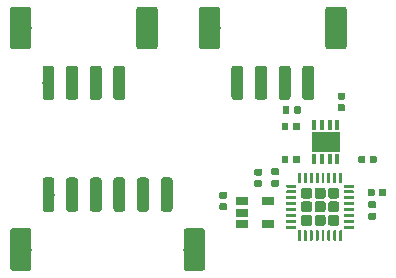
<source format=gbr>
G04 #@! TF.GenerationSoftware,KiCad,Pcbnew,5.0.1-33cea8e~68~ubuntu16.04.1*
G04 #@! TF.CreationDate,2019-02-13T12:33:41-05:00*
G04 #@! TF.ProjectId,RS485SPIConverter,5253343835535049436F6E7665727465,rev?*
G04 #@! TF.SameCoordinates,Original*
G04 #@! TF.FileFunction,Paste,Top*
G04 #@! TF.FilePolarity,Positive*
%FSLAX46Y46*%
G04 Gerber Fmt 4.6, Leading zero omitted, Abs format (unit mm)*
G04 Created by KiCad (PCBNEW 5.0.1-33cea8e~68~ubuntu16.04.1) date Wed 13 Feb 2019 12:33:41 PM EST*
%MOMM*%
%LPD*%
G01*
G04 APERTURE LIST*
%ADD10C,0.100000*%
%ADD11C,0.590000*%
%ADD12R,0.350000X0.850000*%
%ADD13R,2.450000X1.700000*%
%ADD14C,1.000000*%
%ADD15C,1.800000*%
%ADD16C,0.930000*%
%ADD17C,0.250000*%
%ADD18R,1.060000X0.650000*%
G04 APERTURE END LIST*
D10*
G04 #@! TO.C,C1*
G36*
X25191958Y-10880710D02*
X25206276Y-10882834D01*
X25220317Y-10886351D01*
X25233946Y-10891228D01*
X25247031Y-10897417D01*
X25259447Y-10904858D01*
X25271073Y-10913481D01*
X25281798Y-10923202D01*
X25291519Y-10933927D01*
X25300142Y-10945553D01*
X25307583Y-10957969D01*
X25313772Y-10971054D01*
X25318649Y-10984683D01*
X25322166Y-10998724D01*
X25324290Y-11013042D01*
X25325000Y-11027500D01*
X25325000Y-11372500D01*
X25324290Y-11386958D01*
X25322166Y-11401276D01*
X25318649Y-11415317D01*
X25313772Y-11428946D01*
X25307583Y-11442031D01*
X25300142Y-11454447D01*
X25291519Y-11466073D01*
X25281798Y-11476798D01*
X25271073Y-11486519D01*
X25259447Y-11495142D01*
X25247031Y-11502583D01*
X25233946Y-11508772D01*
X25220317Y-11513649D01*
X25206276Y-11517166D01*
X25191958Y-11519290D01*
X25177500Y-11520000D01*
X24882500Y-11520000D01*
X24868042Y-11519290D01*
X24853724Y-11517166D01*
X24839683Y-11513649D01*
X24826054Y-11508772D01*
X24812969Y-11502583D01*
X24800553Y-11495142D01*
X24788927Y-11486519D01*
X24778202Y-11476798D01*
X24768481Y-11466073D01*
X24759858Y-11454447D01*
X24752417Y-11442031D01*
X24746228Y-11428946D01*
X24741351Y-11415317D01*
X24737834Y-11401276D01*
X24735710Y-11386958D01*
X24735000Y-11372500D01*
X24735000Y-11027500D01*
X24735710Y-11013042D01*
X24737834Y-10998724D01*
X24741351Y-10984683D01*
X24746228Y-10971054D01*
X24752417Y-10957969D01*
X24759858Y-10945553D01*
X24768481Y-10933927D01*
X24778202Y-10923202D01*
X24788927Y-10913481D01*
X24800553Y-10904858D01*
X24812969Y-10897417D01*
X24826054Y-10891228D01*
X24839683Y-10886351D01*
X24853724Y-10882834D01*
X24868042Y-10880710D01*
X24882500Y-10880000D01*
X25177500Y-10880000D01*
X25191958Y-10880710D01*
X25191958Y-10880710D01*
G37*
D11*
X25030000Y-11200000D03*
D10*
G36*
X26161958Y-10880710D02*
X26176276Y-10882834D01*
X26190317Y-10886351D01*
X26203946Y-10891228D01*
X26217031Y-10897417D01*
X26229447Y-10904858D01*
X26241073Y-10913481D01*
X26251798Y-10923202D01*
X26261519Y-10933927D01*
X26270142Y-10945553D01*
X26277583Y-10957969D01*
X26283772Y-10971054D01*
X26288649Y-10984683D01*
X26292166Y-10998724D01*
X26294290Y-11013042D01*
X26295000Y-11027500D01*
X26295000Y-11372500D01*
X26294290Y-11386958D01*
X26292166Y-11401276D01*
X26288649Y-11415317D01*
X26283772Y-11428946D01*
X26277583Y-11442031D01*
X26270142Y-11454447D01*
X26261519Y-11466073D01*
X26251798Y-11476798D01*
X26241073Y-11486519D01*
X26229447Y-11495142D01*
X26217031Y-11502583D01*
X26203946Y-11508772D01*
X26190317Y-11513649D01*
X26176276Y-11517166D01*
X26161958Y-11519290D01*
X26147500Y-11520000D01*
X25852500Y-11520000D01*
X25838042Y-11519290D01*
X25823724Y-11517166D01*
X25809683Y-11513649D01*
X25796054Y-11508772D01*
X25782969Y-11502583D01*
X25770553Y-11495142D01*
X25758927Y-11486519D01*
X25748202Y-11476798D01*
X25738481Y-11466073D01*
X25729858Y-11454447D01*
X25722417Y-11442031D01*
X25716228Y-11428946D01*
X25711351Y-11415317D01*
X25707834Y-11401276D01*
X25705710Y-11386958D01*
X25705000Y-11372500D01*
X25705000Y-11027500D01*
X25705710Y-11013042D01*
X25707834Y-10998724D01*
X25711351Y-10984683D01*
X25716228Y-10971054D01*
X25722417Y-10957969D01*
X25729858Y-10945553D01*
X25738481Y-10933927D01*
X25748202Y-10923202D01*
X25758927Y-10913481D01*
X25770553Y-10904858D01*
X25782969Y-10897417D01*
X25796054Y-10891228D01*
X25809683Y-10886351D01*
X25823724Y-10882834D01*
X25838042Y-10880710D01*
X25852500Y-10880000D01*
X26147500Y-10880000D01*
X26161958Y-10880710D01*
X26161958Y-10880710D01*
G37*
D11*
X26000000Y-11200000D03*
G04 #@! TD*
D10*
G04 #@! TO.C,C2*
G36*
X19986958Y-16735710D02*
X20001276Y-16737834D01*
X20015317Y-16741351D01*
X20028946Y-16746228D01*
X20042031Y-16752417D01*
X20054447Y-16759858D01*
X20066073Y-16768481D01*
X20076798Y-16778202D01*
X20086519Y-16788927D01*
X20095142Y-16800553D01*
X20102583Y-16812969D01*
X20108772Y-16826054D01*
X20113649Y-16839683D01*
X20117166Y-16853724D01*
X20119290Y-16868042D01*
X20120000Y-16882500D01*
X20120000Y-17177500D01*
X20119290Y-17191958D01*
X20117166Y-17206276D01*
X20113649Y-17220317D01*
X20108772Y-17233946D01*
X20102583Y-17247031D01*
X20095142Y-17259447D01*
X20086519Y-17271073D01*
X20076798Y-17281798D01*
X20066073Y-17291519D01*
X20054447Y-17300142D01*
X20042031Y-17307583D01*
X20028946Y-17313772D01*
X20015317Y-17318649D01*
X20001276Y-17322166D01*
X19986958Y-17324290D01*
X19972500Y-17325000D01*
X19627500Y-17325000D01*
X19613042Y-17324290D01*
X19598724Y-17322166D01*
X19584683Y-17318649D01*
X19571054Y-17313772D01*
X19557969Y-17307583D01*
X19545553Y-17300142D01*
X19533927Y-17291519D01*
X19523202Y-17281798D01*
X19513481Y-17271073D01*
X19504858Y-17259447D01*
X19497417Y-17247031D01*
X19491228Y-17233946D01*
X19486351Y-17220317D01*
X19482834Y-17206276D01*
X19480710Y-17191958D01*
X19480000Y-17177500D01*
X19480000Y-16882500D01*
X19480710Y-16868042D01*
X19482834Y-16853724D01*
X19486351Y-16839683D01*
X19491228Y-16826054D01*
X19497417Y-16812969D01*
X19504858Y-16800553D01*
X19513481Y-16788927D01*
X19523202Y-16778202D01*
X19533927Y-16768481D01*
X19545553Y-16759858D01*
X19557969Y-16752417D01*
X19571054Y-16746228D01*
X19584683Y-16741351D01*
X19598724Y-16737834D01*
X19613042Y-16735710D01*
X19627500Y-16735000D01*
X19972500Y-16735000D01*
X19986958Y-16735710D01*
X19986958Y-16735710D01*
G37*
D11*
X19800000Y-17030000D03*
D10*
G36*
X19986958Y-17705710D02*
X20001276Y-17707834D01*
X20015317Y-17711351D01*
X20028946Y-17716228D01*
X20042031Y-17722417D01*
X20054447Y-17729858D01*
X20066073Y-17738481D01*
X20076798Y-17748202D01*
X20086519Y-17758927D01*
X20095142Y-17770553D01*
X20102583Y-17782969D01*
X20108772Y-17796054D01*
X20113649Y-17809683D01*
X20117166Y-17823724D01*
X20119290Y-17838042D01*
X20120000Y-17852500D01*
X20120000Y-18147500D01*
X20119290Y-18161958D01*
X20117166Y-18176276D01*
X20113649Y-18190317D01*
X20108772Y-18203946D01*
X20102583Y-18217031D01*
X20095142Y-18229447D01*
X20086519Y-18241073D01*
X20076798Y-18251798D01*
X20066073Y-18261519D01*
X20054447Y-18270142D01*
X20042031Y-18277583D01*
X20028946Y-18283772D01*
X20015317Y-18288649D01*
X20001276Y-18292166D01*
X19986958Y-18294290D01*
X19972500Y-18295000D01*
X19627500Y-18295000D01*
X19613042Y-18294290D01*
X19598724Y-18292166D01*
X19584683Y-18288649D01*
X19571054Y-18283772D01*
X19557969Y-18277583D01*
X19545553Y-18270142D01*
X19533927Y-18261519D01*
X19523202Y-18251798D01*
X19513481Y-18241073D01*
X19504858Y-18229447D01*
X19497417Y-18217031D01*
X19491228Y-18203946D01*
X19486351Y-18190317D01*
X19482834Y-18176276D01*
X19480710Y-18161958D01*
X19480000Y-18147500D01*
X19480000Y-17852500D01*
X19480710Y-17838042D01*
X19482834Y-17823724D01*
X19486351Y-17809683D01*
X19491228Y-17796054D01*
X19497417Y-17782969D01*
X19504858Y-17770553D01*
X19513481Y-17758927D01*
X19523202Y-17748202D01*
X19533927Y-17738481D01*
X19545553Y-17729858D01*
X19557969Y-17722417D01*
X19571054Y-17716228D01*
X19584683Y-17711351D01*
X19598724Y-17707834D01*
X19613042Y-17705710D01*
X19627500Y-17705000D01*
X19972500Y-17705000D01*
X19986958Y-17705710D01*
X19986958Y-17705710D01*
G37*
D11*
X19800000Y-18000000D03*
G04 #@! TD*
D10*
G04 #@! TO.C,C3*
G36*
X32586958Y-17535710D02*
X32601276Y-17537834D01*
X32615317Y-17541351D01*
X32628946Y-17546228D01*
X32642031Y-17552417D01*
X32654447Y-17559858D01*
X32666073Y-17568481D01*
X32676798Y-17578202D01*
X32686519Y-17588927D01*
X32695142Y-17600553D01*
X32702583Y-17612969D01*
X32708772Y-17626054D01*
X32713649Y-17639683D01*
X32717166Y-17653724D01*
X32719290Y-17668042D01*
X32720000Y-17682500D01*
X32720000Y-17977500D01*
X32719290Y-17991958D01*
X32717166Y-18006276D01*
X32713649Y-18020317D01*
X32708772Y-18033946D01*
X32702583Y-18047031D01*
X32695142Y-18059447D01*
X32686519Y-18071073D01*
X32676798Y-18081798D01*
X32666073Y-18091519D01*
X32654447Y-18100142D01*
X32642031Y-18107583D01*
X32628946Y-18113772D01*
X32615317Y-18118649D01*
X32601276Y-18122166D01*
X32586958Y-18124290D01*
X32572500Y-18125000D01*
X32227500Y-18125000D01*
X32213042Y-18124290D01*
X32198724Y-18122166D01*
X32184683Y-18118649D01*
X32171054Y-18113772D01*
X32157969Y-18107583D01*
X32145553Y-18100142D01*
X32133927Y-18091519D01*
X32123202Y-18081798D01*
X32113481Y-18071073D01*
X32104858Y-18059447D01*
X32097417Y-18047031D01*
X32091228Y-18033946D01*
X32086351Y-18020317D01*
X32082834Y-18006276D01*
X32080710Y-17991958D01*
X32080000Y-17977500D01*
X32080000Y-17682500D01*
X32080710Y-17668042D01*
X32082834Y-17653724D01*
X32086351Y-17639683D01*
X32091228Y-17626054D01*
X32097417Y-17612969D01*
X32104858Y-17600553D01*
X32113481Y-17588927D01*
X32123202Y-17578202D01*
X32133927Y-17568481D01*
X32145553Y-17559858D01*
X32157969Y-17552417D01*
X32171054Y-17546228D01*
X32184683Y-17541351D01*
X32198724Y-17537834D01*
X32213042Y-17535710D01*
X32227500Y-17535000D01*
X32572500Y-17535000D01*
X32586958Y-17535710D01*
X32586958Y-17535710D01*
G37*
D11*
X32400000Y-17830000D03*
D10*
G36*
X32586958Y-18505710D02*
X32601276Y-18507834D01*
X32615317Y-18511351D01*
X32628946Y-18516228D01*
X32642031Y-18522417D01*
X32654447Y-18529858D01*
X32666073Y-18538481D01*
X32676798Y-18548202D01*
X32686519Y-18558927D01*
X32695142Y-18570553D01*
X32702583Y-18582969D01*
X32708772Y-18596054D01*
X32713649Y-18609683D01*
X32717166Y-18623724D01*
X32719290Y-18638042D01*
X32720000Y-18652500D01*
X32720000Y-18947500D01*
X32719290Y-18961958D01*
X32717166Y-18976276D01*
X32713649Y-18990317D01*
X32708772Y-19003946D01*
X32702583Y-19017031D01*
X32695142Y-19029447D01*
X32686519Y-19041073D01*
X32676798Y-19051798D01*
X32666073Y-19061519D01*
X32654447Y-19070142D01*
X32642031Y-19077583D01*
X32628946Y-19083772D01*
X32615317Y-19088649D01*
X32601276Y-19092166D01*
X32586958Y-19094290D01*
X32572500Y-19095000D01*
X32227500Y-19095000D01*
X32213042Y-19094290D01*
X32198724Y-19092166D01*
X32184683Y-19088649D01*
X32171054Y-19083772D01*
X32157969Y-19077583D01*
X32145553Y-19070142D01*
X32133927Y-19061519D01*
X32123202Y-19051798D01*
X32113481Y-19041073D01*
X32104858Y-19029447D01*
X32097417Y-19017031D01*
X32091228Y-19003946D01*
X32086351Y-18990317D01*
X32082834Y-18976276D01*
X32080710Y-18961958D01*
X32080000Y-18947500D01*
X32080000Y-18652500D01*
X32080710Y-18638042D01*
X32082834Y-18623724D01*
X32086351Y-18609683D01*
X32091228Y-18596054D01*
X32097417Y-18582969D01*
X32104858Y-18570553D01*
X32113481Y-18558927D01*
X32123202Y-18548202D01*
X32133927Y-18538481D01*
X32145553Y-18529858D01*
X32157969Y-18522417D01*
X32171054Y-18516228D01*
X32184683Y-18511351D01*
X32198724Y-18507834D01*
X32213042Y-18505710D01*
X32227500Y-18505000D01*
X32572500Y-18505000D01*
X32586958Y-18505710D01*
X32586958Y-18505710D01*
G37*
D11*
X32400000Y-18800000D03*
G04 #@! TD*
D10*
G04 #@! TO.C,C4*
G36*
X32476958Y-16480710D02*
X32491276Y-16482834D01*
X32505317Y-16486351D01*
X32518946Y-16491228D01*
X32532031Y-16497417D01*
X32544447Y-16504858D01*
X32556073Y-16513481D01*
X32566798Y-16523202D01*
X32576519Y-16533927D01*
X32585142Y-16545553D01*
X32592583Y-16557969D01*
X32598772Y-16571054D01*
X32603649Y-16584683D01*
X32607166Y-16598724D01*
X32609290Y-16613042D01*
X32610000Y-16627500D01*
X32610000Y-16972500D01*
X32609290Y-16986958D01*
X32607166Y-17001276D01*
X32603649Y-17015317D01*
X32598772Y-17028946D01*
X32592583Y-17042031D01*
X32585142Y-17054447D01*
X32576519Y-17066073D01*
X32566798Y-17076798D01*
X32556073Y-17086519D01*
X32544447Y-17095142D01*
X32532031Y-17102583D01*
X32518946Y-17108772D01*
X32505317Y-17113649D01*
X32491276Y-17117166D01*
X32476958Y-17119290D01*
X32462500Y-17120000D01*
X32167500Y-17120000D01*
X32153042Y-17119290D01*
X32138724Y-17117166D01*
X32124683Y-17113649D01*
X32111054Y-17108772D01*
X32097969Y-17102583D01*
X32085553Y-17095142D01*
X32073927Y-17086519D01*
X32063202Y-17076798D01*
X32053481Y-17066073D01*
X32044858Y-17054447D01*
X32037417Y-17042031D01*
X32031228Y-17028946D01*
X32026351Y-17015317D01*
X32022834Y-17001276D01*
X32020710Y-16986958D01*
X32020000Y-16972500D01*
X32020000Y-16627500D01*
X32020710Y-16613042D01*
X32022834Y-16598724D01*
X32026351Y-16584683D01*
X32031228Y-16571054D01*
X32037417Y-16557969D01*
X32044858Y-16545553D01*
X32053481Y-16533927D01*
X32063202Y-16523202D01*
X32073927Y-16513481D01*
X32085553Y-16504858D01*
X32097969Y-16497417D01*
X32111054Y-16491228D01*
X32124683Y-16486351D01*
X32138724Y-16482834D01*
X32153042Y-16480710D01*
X32167500Y-16480000D01*
X32462500Y-16480000D01*
X32476958Y-16480710D01*
X32476958Y-16480710D01*
G37*
D11*
X32315000Y-16800000D03*
D10*
G36*
X33446958Y-16480710D02*
X33461276Y-16482834D01*
X33475317Y-16486351D01*
X33488946Y-16491228D01*
X33502031Y-16497417D01*
X33514447Y-16504858D01*
X33526073Y-16513481D01*
X33536798Y-16523202D01*
X33546519Y-16533927D01*
X33555142Y-16545553D01*
X33562583Y-16557969D01*
X33568772Y-16571054D01*
X33573649Y-16584683D01*
X33577166Y-16598724D01*
X33579290Y-16613042D01*
X33580000Y-16627500D01*
X33580000Y-16972500D01*
X33579290Y-16986958D01*
X33577166Y-17001276D01*
X33573649Y-17015317D01*
X33568772Y-17028946D01*
X33562583Y-17042031D01*
X33555142Y-17054447D01*
X33546519Y-17066073D01*
X33536798Y-17076798D01*
X33526073Y-17086519D01*
X33514447Y-17095142D01*
X33502031Y-17102583D01*
X33488946Y-17108772D01*
X33475317Y-17113649D01*
X33461276Y-17117166D01*
X33446958Y-17119290D01*
X33432500Y-17120000D01*
X33137500Y-17120000D01*
X33123042Y-17119290D01*
X33108724Y-17117166D01*
X33094683Y-17113649D01*
X33081054Y-17108772D01*
X33067969Y-17102583D01*
X33055553Y-17095142D01*
X33043927Y-17086519D01*
X33033202Y-17076798D01*
X33023481Y-17066073D01*
X33014858Y-17054447D01*
X33007417Y-17042031D01*
X33001228Y-17028946D01*
X32996351Y-17015317D01*
X32992834Y-17001276D01*
X32990710Y-16986958D01*
X32990000Y-16972500D01*
X32990000Y-16627500D01*
X32990710Y-16613042D01*
X32992834Y-16598724D01*
X32996351Y-16584683D01*
X33001228Y-16571054D01*
X33007417Y-16557969D01*
X33014858Y-16545553D01*
X33023481Y-16533927D01*
X33033202Y-16523202D01*
X33043927Y-16513481D01*
X33055553Y-16504858D01*
X33067969Y-16497417D01*
X33081054Y-16491228D01*
X33094683Y-16486351D01*
X33108724Y-16482834D01*
X33123042Y-16480710D01*
X33137500Y-16480000D01*
X33432500Y-16480000D01*
X33446958Y-16480710D01*
X33446958Y-16480710D01*
G37*
D11*
X33285000Y-16800000D03*
G04 #@! TD*
D10*
G04 #@! TO.C,C5*
G36*
X22936958Y-14770710D02*
X22951276Y-14772834D01*
X22965317Y-14776351D01*
X22978946Y-14781228D01*
X22992031Y-14787417D01*
X23004447Y-14794858D01*
X23016073Y-14803481D01*
X23026798Y-14813202D01*
X23036519Y-14823927D01*
X23045142Y-14835553D01*
X23052583Y-14847969D01*
X23058772Y-14861054D01*
X23063649Y-14874683D01*
X23067166Y-14888724D01*
X23069290Y-14903042D01*
X23070000Y-14917500D01*
X23070000Y-15212500D01*
X23069290Y-15226958D01*
X23067166Y-15241276D01*
X23063649Y-15255317D01*
X23058772Y-15268946D01*
X23052583Y-15282031D01*
X23045142Y-15294447D01*
X23036519Y-15306073D01*
X23026798Y-15316798D01*
X23016073Y-15326519D01*
X23004447Y-15335142D01*
X22992031Y-15342583D01*
X22978946Y-15348772D01*
X22965317Y-15353649D01*
X22951276Y-15357166D01*
X22936958Y-15359290D01*
X22922500Y-15360000D01*
X22577500Y-15360000D01*
X22563042Y-15359290D01*
X22548724Y-15357166D01*
X22534683Y-15353649D01*
X22521054Y-15348772D01*
X22507969Y-15342583D01*
X22495553Y-15335142D01*
X22483927Y-15326519D01*
X22473202Y-15316798D01*
X22463481Y-15306073D01*
X22454858Y-15294447D01*
X22447417Y-15282031D01*
X22441228Y-15268946D01*
X22436351Y-15255317D01*
X22432834Y-15241276D01*
X22430710Y-15226958D01*
X22430000Y-15212500D01*
X22430000Y-14917500D01*
X22430710Y-14903042D01*
X22432834Y-14888724D01*
X22436351Y-14874683D01*
X22441228Y-14861054D01*
X22447417Y-14847969D01*
X22454858Y-14835553D01*
X22463481Y-14823927D01*
X22473202Y-14813202D01*
X22483927Y-14803481D01*
X22495553Y-14794858D01*
X22507969Y-14787417D01*
X22521054Y-14781228D01*
X22534683Y-14776351D01*
X22548724Y-14772834D01*
X22563042Y-14770710D01*
X22577500Y-14770000D01*
X22922500Y-14770000D01*
X22936958Y-14770710D01*
X22936958Y-14770710D01*
G37*
D11*
X22750000Y-15065000D03*
D10*
G36*
X22936958Y-15740710D02*
X22951276Y-15742834D01*
X22965317Y-15746351D01*
X22978946Y-15751228D01*
X22992031Y-15757417D01*
X23004447Y-15764858D01*
X23016073Y-15773481D01*
X23026798Y-15783202D01*
X23036519Y-15793927D01*
X23045142Y-15805553D01*
X23052583Y-15817969D01*
X23058772Y-15831054D01*
X23063649Y-15844683D01*
X23067166Y-15858724D01*
X23069290Y-15873042D01*
X23070000Y-15887500D01*
X23070000Y-16182500D01*
X23069290Y-16196958D01*
X23067166Y-16211276D01*
X23063649Y-16225317D01*
X23058772Y-16238946D01*
X23052583Y-16252031D01*
X23045142Y-16264447D01*
X23036519Y-16276073D01*
X23026798Y-16286798D01*
X23016073Y-16296519D01*
X23004447Y-16305142D01*
X22992031Y-16312583D01*
X22978946Y-16318772D01*
X22965317Y-16323649D01*
X22951276Y-16327166D01*
X22936958Y-16329290D01*
X22922500Y-16330000D01*
X22577500Y-16330000D01*
X22563042Y-16329290D01*
X22548724Y-16327166D01*
X22534683Y-16323649D01*
X22521054Y-16318772D01*
X22507969Y-16312583D01*
X22495553Y-16305142D01*
X22483927Y-16296519D01*
X22473202Y-16286798D01*
X22463481Y-16276073D01*
X22454858Y-16264447D01*
X22447417Y-16252031D01*
X22441228Y-16238946D01*
X22436351Y-16225317D01*
X22432834Y-16211276D01*
X22430710Y-16196958D01*
X22430000Y-16182500D01*
X22430000Y-15887500D01*
X22430710Y-15873042D01*
X22432834Y-15858724D01*
X22436351Y-15844683D01*
X22441228Y-15831054D01*
X22447417Y-15817969D01*
X22454858Y-15805553D01*
X22463481Y-15793927D01*
X22473202Y-15783202D01*
X22483927Y-15773481D01*
X22495553Y-15764858D01*
X22507969Y-15757417D01*
X22521054Y-15751228D01*
X22534683Y-15746351D01*
X22548724Y-15742834D01*
X22563042Y-15740710D01*
X22577500Y-15740000D01*
X22922500Y-15740000D01*
X22936958Y-15740710D01*
X22936958Y-15740710D01*
G37*
D11*
X22750000Y-16035000D03*
G04 #@! TD*
D12*
G04 #@! TO.C,IC1*
X27525000Y-13950000D03*
X28175000Y-13950000D03*
X28825000Y-13950000D03*
X29475000Y-13950000D03*
X29475000Y-11050000D03*
X28825000Y-11050000D03*
X28175000Y-11050000D03*
X27525000Y-11050000D03*
D13*
X28500000Y-12500000D03*
G04 #@! TD*
D10*
G04 #@! TO.C,J1*
G36*
X21274504Y-6051204D02*
X21298773Y-6054804D01*
X21322571Y-6060765D01*
X21345671Y-6069030D01*
X21367849Y-6079520D01*
X21388893Y-6092133D01*
X21408598Y-6106747D01*
X21426777Y-6123223D01*
X21443253Y-6141402D01*
X21457867Y-6161107D01*
X21470480Y-6182151D01*
X21480970Y-6204329D01*
X21489235Y-6227429D01*
X21495196Y-6251227D01*
X21498796Y-6275496D01*
X21500000Y-6300000D01*
X21500000Y-8700000D01*
X21498796Y-8724504D01*
X21495196Y-8748773D01*
X21489235Y-8772571D01*
X21480970Y-8795671D01*
X21470480Y-8817849D01*
X21457867Y-8838893D01*
X21443253Y-8858598D01*
X21426777Y-8876777D01*
X21408598Y-8893253D01*
X21388893Y-8907867D01*
X21367849Y-8920480D01*
X21345671Y-8930970D01*
X21322571Y-8939235D01*
X21298773Y-8945196D01*
X21274504Y-8948796D01*
X21250000Y-8950000D01*
X20750000Y-8950000D01*
X20725496Y-8948796D01*
X20701227Y-8945196D01*
X20677429Y-8939235D01*
X20654329Y-8930970D01*
X20632151Y-8920480D01*
X20611107Y-8907867D01*
X20591402Y-8893253D01*
X20573223Y-8876777D01*
X20556747Y-8858598D01*
X20542133Y-8838893D01*
X20529520Y-8817849D01*
X20519030Y-8795671D01*
X20510765Y-8772571D01*
X20504804Y-8748773D01*
X20501204Y-8724504D01*
X20500000Y-8700000D01*
X20500000Y-6300000D01*
X20501204Y-6275496D01*
X20504804Y-6251227D01*
X20510765Y-6227429D01*
X20519030Y-6204329D01*
X20529520Y-6182151D01*
X20542133Y-6161107D01*
X20556747Y-6141402D01*
X20573223Y-6123223D01*
X20591402Y-6106747D01*
X20611107Y-6092133D01*
X20632151Y-6079520D01*
X20654329Y-6069030D01*
X20677429Y-6060765D01*
X20701227Y-6054804D01*
X20725496Y-6051204D01*
X20750000Y-6050000D01*
X21250000Y-6050000D01*
X21274504Y-6051204D01*
X21274504Y-6051204D01*
G37*
D14*
X21000000Y-7500000D03*
D10*
G36*
X23274504Y-6051204D02*
X23298773Y-6054804D01*
X23322571Y-6060765D01*
X23345671Y-6069030D01*
X23367849Y-6079520D01*
X23388893Y-6092133D01*
X23408598Y-6106747D01*
X23426777Y-6123223D01*
X23443253Y-6141402D01*
X23457867Y-6161107D01*
X23470480Y-6182151D01*
X23480970Y-6204329D01*
X23489235Y-6227429D01*
X23495196Y-6251227D01*
X23498796Y-6275496D01*
X23500000Y-6300000D01*
X23500000Y-8700000D01*
X23498796Y-8724504D01*
X23495196Y-8748773D01*
X23489235Y-8772571D01*
X23480970Y-8795671D01*
X23470480Y-8817849D01*
X23457867Y-8838893D01*
X23443253Y-8858598D01*
X23426777Y-8876777D01*
X23408598Y-8893253D01*
X23388893Y-8907867D01*
X23367849Y-8920480D01*
X23345671Y-8930970D01*
X23322571Y-8939235D01*
X23298773Y-8945196D01*
X23274504Y-8948796D01*
X23250000Y-8950000D01*
X22750000Y-8950000D01*
X22725496Y-8948796D01*
X22701227Y-8945196D01*
X22677429Y-8939235D01*
X22654329Y-8930970D01*
X22632151Y-8920480D01*
X22611107Y-8907867D01*
X22591402Y-8893253D01*
X22573223Y-8876777D01*
X22556747Y-8858598D01*
X22542133Y-8838893D01*
X22529520Y-8817849D01*
X22519030Y-8795671D01*
X22510765Y-8772571D01*
X22504804Y-8748773D01*
X22501204Y-8724504D01*
X22500000Y-8700000D01*
X22500000Y-6300000D01*
X22501204Y-6275496D01*
X22504804Y-6251227D01*
X22510765Y-6227429D01*
X22519030Y-6204329D01*
X22529520Y-6182151D01*
X22542133Y-6161107D01*
X22556747Y-6141402D01*
X22573223Y-6123223D01*
X22591402Y-6106747D01*
X22611107Y-6092133D01*
X22632151Y-6079520D01*
X22654329Y-6069030D01*
X22677429Y-6060765D01*
X22701227Y-6054804D01*
X22725496Y-6051204D01*
X22750000Y-6050000D01*
X23250000Y-6050000D01*
X23274504Y-6051204D01*
X23274504Y-6051204D01*
G37*
D14*
X23000000Y-7500000D03*
D10*
G36*
X25274504Y-6051204D02*
X25298773Y-6054804D01*
X25322571Y-6060765D01*
X25345671Y-6069030D01*
X25367849Y-6079520D01*
X25388893Y-6092133D01*
X25408598Y-6106747D01*
X25426777Y-6123223D01*
X25443253Y-6141402D01*
X25457867Y-6161107D01*
X25470480Y-6182151D01*
X25480970Y-6204329D01*
X25489235Y-6227429D01*
X25495196Y-6251227D01*
X25498796Y-6275496D01*
X25500000Y-6300000D01*
X25500000Y-8700000D01*
X25498796Y-8724504D01*
X25495196Y-8748773D01*
X25489235Y-8772571D01*
X25480970Y-8795671D01*
X25470480Y-8817849D01*
X25457867Y-8838893D01*
X25443253Y-8858598D01*
X25426777Y-8876777D01*
X25408598Y-8893253D01*
X25388893Y-8907867D01*
X25367849Y-8920480D01*
X25345671Y-8930970D01*
X25322571Y-8939235D01*
X25298773Y-8945196D01*
X25274504Y-8948796D01*
X25250000Y-8950000D01*
X24750000Y-8950000D01*
X24725496Y-8948796D01*
X24701227Y-8945196D01*
X24677429Y-8939235D01*
X24654329Y-8930970D01*
X24632151Y-8920480D01*
X24611107Y-8907867D01*
X24591402Y-8893253D01*
X24573223Y-8876777D01*
X24556747Y-8858598D01*
X24542133Y-8838893D01*
X24529520Y-8817849D01*
X24519030Y-8795671D01*
X24510765Y-8772571D01*
X24504804Y-8748773D01*
X24501204Y-8724504D01*
X24500000Y-8700000D01*
X24500000Y-6300000D01*
X24501204Y-6275496D01*
X24504804Y-6251227D01*
X24510765Y-6227429D01*
X24519030Y-6204329D01*
X24529520Y-6182151D01*
X24542133Y-6161107D01*
X24556747Y-6141402D01*
X24573223Y-6123223D01*
X24591402Y-6106747D01*
X24611107Y-6092133D01*
X24632151Y-6079520D01*
X24654329Y-6069030D01*
X24677429Y-6060765D01*
X24701227Y-6054804D01*
X24725496Y-6051204D01*
X24750000Y-6050000D01*
X25250000Y-6050000D01*
X25274504Y-6051204D01*
X25274504Y-6051204D01*
G37*
D14*
X25000000Y-7500000D03*
D10*
G36*
X27274504Y-6051204D02*
X27298773Y-6054804D01*
X27322571Y-6060765D01*
X27345671Y-6069030D01*
X27367849Y-6079520D01*
X27388893Y-6092133D01*
X27408598Y-6106747D01*
X27426777Y-6123223D01*
X27443253Y-6141402D01*
X27457867Y-6161107D01*
X27470480Y-6182151D01*
X27480970Y-6204329D01*
X27489235Y-6227429D01*
X27495196Y-6251227D01*
X27498796Y-6275496D01*
X27500000Y-6300000D01*
X27500000Y-8700000D01*
X27498796Y-8724504D01*
X27495196Y-8748773D01*
X27489235Y-8772571D01*
X27480970Y-8795671D01*
X27470480Y-8817849D01*
X27457867Y-8838893D01*
X27443253Y-8858598D01*
X27426777Y-8876777D01*
X27408598Y-8893253D01*
X27388893Y-8907867D01*
X27367849Y-8920480D01*
X27345671Y-8930970D01*
X27322571Y-8939235D01*
X27298773Y-8945196D01*
X27274504Y-8948796D01*
X27250000Y-8950000D01*
X26750000Y-8950000D01*
X26725496Y-8948796D01*
X26701227Y-8945196D01*
X26677429Y-8939235D01*
X26654329Y-8930970D01*
X26632151Y-8920480D01*
X26611107Y-8907867D01*
X26591402Y-8893253D01*
X26573223Y-8876777D01*
X26556747Y-8858598D01*
X26542133Y-8838893D01*
X26529520Y-8817849D01*
X26519030Y-8795671D01*
X26510765Y-8772571D01*
X26504804Y-8748773D01*
X26501204Y-8724504D01*
X26500000Y-8700000D01*
X26500000Y-6300000D01*
X26501204Y-6275496D01*
X26504804Y-6251227D01*
X26510765Y-6227429D01*
X26519030Y-6204329D01*
X26529520Y-6182151D01*
X26542133Y-6161107D01*
X26556747Y-6141402D01*
X26573223Y-6123223D01*
X26591402Y-6106747D01*
X26611107Y-6092133D01*
X26632151Y-6079520D01*
X26654329Y-6069030D01*
X26677429Y-6060765D01*
X26701227Y-6054804D01*
X26725496Y-6051204D01*
X26750000Y-6050000D01*
X27250000Y-6050000D01*
X27274504Y-6051204D01*
X27274504Y-6051204D01*
G37*
D14*
X27000000Y-7500000D03*
D10*
G36*
X19324504Y-1051204D02*
X19348773Y-1054804D01*
X19372571Y-1060765D01*
X19395671Y-1069030D01*
X19417849Y-1079520D01*
X19438893Y-1092133D01*
X19458598Y-1106747D01*
X19476777Y-1123223D01*
X19493253Y-1141402D01*
X19507867Y-1161107D01*
X19520480Y-1182151D01*
X19530970Y-1204329D01*
X19539235Y-1227429D01*
X19545196Y-1251227D01*
X19548796Y-1275496D01*
X19550000Y-1300000D01*
X19550000Y-4400000D01*
X19548796Y-4424504D01*
X19545196Y-4448773D01*
X19539235Y-4472571D01*
X19530970Y-4495671D01*
X19520480Y-4517849D01*
X19507867Y-4538893D01*
X19493253Y-4558598D01*
X19476777Y-4576777D01*
X19458598Y-4593253D01*
X19438893Y-4607867D01*
X19417849Y-4620480D01*
X19395671Y-4630970D01*
X19372571Y-4639235D01*
X19348773Y-4645196D01*
X19324504Y-4648796D01*
X19300000Y-4650000D01*
X18000000Y-4650000D01*
X17975496Y-4648796D01*
X17951227Y-4645196D01*
X17927429Y-4639235D01*
X17904329Y-4630970D01*
X17882151Y-4620480D01*
X17861107Y-4607867D01*
X17841402Y-4593253D01*
X17823223Y-4576777D01*
X17806747Y-4558598D01*
X17792133Y-4538893D01*
X17779520Y-4517849D01*
X17769030Y-4495671D01*
X17760765Y-4472571D01*
X17754804Y-4448773D01*
X17751204Y-4424504D01*
X17750000Y-4400000D01*
X17750000Y-1300000D01*
X17751204Y-1275496D01*
X17754804Y-1251227D01*
X17760765Y-1227429D01*
X17769030Y-1204329D01*
X17779520Y-1182151D01*
X17792133Y-1161107D01*
X17806747Y-1141402D01*
X17823223Y-1123223D01*
X17841402Y-1106747D01*
X17861107Y-1092133D01*
X17882151Y-1079520D01*
X17904329Y-1069030D01*
X17927429Y-1060765D01*
X17951227Y-1054804D01*
X17975496Y-1051204D01*
X18000000Y-1050000D01*
X19300000Y-1050000D01*
X19324504Y-1051204D01*
X19324504Y-1051204D01*
G37*
D15*
X18650000Y-2850000D03*
D10*
G36*
X30024504Y-1051204D02*
X30048773Y-1054804D01*
X30072571Y-1060765D01*
X30095671Y-1069030D01*
X30117849Y-1079520D01*
X30138893Y-1092133D01*
X30158598Y-1106747D01*
X30176777Y-1123223D01*
X30193253Y-1141402D01*
X30207867Y-1161107D01*
X30220480Y-1182151D01*
X30230970Y-1204329D01*
X30239235Y-1227429D01*
X30245196Y-1251227D01*
X30248796Y-1275496D01*
X30250000Y-1300000D01*
X30250000Y-4400000D01*
X30248796Y-4424504D01*
X30245196Y-4448773D01*
X30239235Y-4472571D01*
X30230970Y-4495671D01*
X30220480Y-4517849D01*
X30207867Y-4538893D01*
X30193253Y-4558598D01*
X30176777Y-4576777D01*
X30158598Y-4593253D01*
X30138893Y-4607867D01*
X30117849Y-4620480D01*
X30095671Y-4630970D01*
X30072571Y-4639235D01*
X30048773Y-4645196D01*
X30024504Y-4648796D01*
X30000000Y-4650000D01*
X28700000Y-4650000D01*
X28675496Y-4648796D01*
X28651227Y-4645196D01*
X28627429Y-4639235D01*
X28604329Y-4630970D01*
X28582151Y-4620480D01*
X28561107Y-4607867D01*
X28541402Y-4593253D01*
X28523223Y-4576777D01*
X28506747Y-4558598D01*
X28492133Y-4538893D01*
X28479520Y-4517849D01*
X28469030Y-4495671D01*
X28460765Y-4472571D01*
X28454804Y-4448773D01*
X28451204Y-4424504D01*
X28450000Y-4400000D01*
X28450000Y-1300000D01*
X28451204Y-1275496D01*
X28454804Y-1251227D01*
X28460765Y-1227429D01*
X28469030Y-1204329D01*
X28479520Y-1182151D01*
X28492133Y-1161107D01*
X28506747Y-1141402D01*
X28523223Y-1123223D01*
X28541402Y-1106747D01*
X28561107Y-1092133D01*
X28582151Y-1079520D01*
X28604329Y-1069030D01*
X28627429Y-1060765D01*
X28651227Y-1054804D01*
X28675496Y-1051204D01*
X28700000Y-1050000D01*
X30000000Y-1050000D01*
X30024504Y-1051204D01*
X30024504Y-1051204D01*
G37*
D15*
X29350000Y-2850000D03*
G04 #@! TD*
D10*
G04 #@! TO.C,J2*
G36*
X14024504Y-1051204D02*
X14048773Y-1054804D01*
X14072571Y-1060765D01*
X14095671Y-1069030D01*
X14117849Y-1079520D01*
X14138893Y-1092133D01*
X14158598Y-1106747D01*
X14176777Y-1123223D01*
X14193253Y-1141402D01*
X14207867Y-1161107D01*
X14220480Y-1182151D01*
X14230970Y-1204329D01*
X14239235Y-1227429D01*
X14245196Y-1251227D01*
X14248796Y-1275496D01*
X14250000Y-1300000D01*
X14250000Y-4400000D01*
X14248796Y-4424504D01*
X14245196Y-4448773D01*
X14239235Y-4472571D01*
X14230970Y-4495671D01*
X14220480Y-4517849D01*
X14207867Y-4538893D01*
X14193253Y-4558598D01*
X14176777Y-4576777D01*
X14158598Y-4593253D01*
X14138893Y-4607867D01*
X14117849Y-4620480D01*
X14095671Y-4630970D01*
X14072571Y-4639235D01*
X14048773Y-4645196D01*
X14024504Y-4648796D01*
X14000000Y-4650000D01*
X12700000Y-4650000D01*
X12675496Y-4648796D01*
X12651227Y-4645196D01*
X12627429Y-4639235D01*
X12604329Y-4630970D01*
X12582151Y-4620480D01*
X12561107Y-4607867D01*
X12541402Y-4593253D01*
X12523223Y-4576777D01*
X12506747Y-4558598D01*
X12492133Y-4538893D01*
X12479520Y-4517849D01*
X12469030Y-4495671D01*
X12460765Y-4472571D01*
X12454804Y-4448773D01*
X12451204Y-4424504D01*
X12450000Y-4400000D01*
X12450000Y-1300000D01*
X12451204Y-1275496D01*
X12454804Y-1251227D01*
X12460765Y-1227429D01*
X12469030Y-1204329D01*
X12479520Y-1182151D01*
X12492133Y-1161107D01*
X12506747Y-1141402D01*
X12523223Y-1123223D01*
X12541402Y-1106747D01*
X12561107Y-1092133D01*
X12582151Y-1079520D01*
X12604329Y-1069030D01*
X12627429Y-1060765D01*
X12651227Y-1054804D01*
X12675496Y-1051204D01*
X12700000Y-1050000D01*
X14000000Y-1050000D01*
X14024504Y-1051204D01*
X14024504Y-1051204D01*
G37*
D15*
X13350000Y-2850000D03*
D10*
G36*
X3324504Y-1051204D02*
X3348773Y-1054804D01*
X3372571Y-1060765D01*
X3395671Y-1069030D01*
X3417849Y-1079520D01*
X3438893Y-1092133D01*
X3458598Y-1106747D01*
X3476777Y-1123223D01*
X3493253Y-1141402D01*
X3507867Y-1161107D01*
X3520480Y-1182151D01*
X3530970Y-1204329D01*
X3539235Y-1227429D01*
X3545196Y-1251227D01*
X3548796Y-1275496D01*
X3550000Y-1300000D01*
X3550000Y-4400000D01*
X3548796Y-4424504D01*
X3545196Y-4448773D01*
X3539235Y-4472571D01*
X3530970Y-4495671D01*
X3520480Y-4517849D01*
X3507867Y-4538893D01*
X3493253Y-4558598D01*
X3476777Y-4576777D01*
X3458598Y-4593253D01*
X3438893Y-4607867D01*
X3417849Y-4620480D01*
X3395671Y-4630970D01*
X3372571Y-4639235D01*
X3348773Y-4645196D01*
X3324504Y-4648796D01*
X3300000Y-4650000D01*
X2000000Y-4650000D01*
X1975496Y-4648796D01*
X1951227Y-4645196D01*
X1927429Y-4639235D01*
X1904329Y-4630970D01*
X1882151Y-4620480D01*
X1861107Y-4607867D01*
X1841402Y-4593253D01*
X1823223Y-4576777D01*
X1806747Y-4558598D01*
X1792133Y-4538893D01*
X1779520Y-4517849D01*
X1769030Y-4495671D01*
X1760765Y-4472571D01*
X1754804Y-4448773D01*
X1751204Y-4424504D01*
X1750000Y-4400000D01*
X1750000Y-1300000D01*
X1751204Y-1275496D01*
X1754804Y-1251227D01*
X1760765Y-1227429D01*
X1769030Y-1204329D01*
X1779520Y-1182151D01*
X1792133Y-1161107D01*
X1806747Y-1141402D01*
X1823223Y-1123223D01*
X1841402Y-1106747D01*
X1861107Y-1092133D01*
X1882151Y-1079520D01*
X1904329Y-1069030D01*
X1927429Y-1060765D01*
X1951227Y-1054804D01*
X1975496Y-1051204D01*
X2000000Y-1050000D01*
X3300000Y-1050000D01*
X3324504Y-1051204D01*
X3324504Y-1051204D01*
G37*
D15*
X2650000Y-2850000D03*
D10*
G36*
X11274504Y-6051204D02*
X11298773Y-6054804D01*
X11322571Y-6060765D01*
X11345671Y-6069030D01*
X11367849Y-6079520D01*
X11388893Y-6092133D01*
X11408598Y-6106747D01*
X11426777Y-6123223D01*
X11443253Y-6141402D01*
X11457867Y-6161107D01*
X11470480Y-6182151D01*
X11480970Y-6204329D01*
X11489235Y-6227429D01*
X11495196Y-6251227D01*
X11498796Y-6275496D01*
X11500000Y-6300000D01*
X11500000Y-8700000D01*
X11498796Y-8724504D01*
X11495196Y-8748773D01*
X11489235Y-8772571D01*
X11480970Y-8795671D01*
X11470480Y-8817849D01*
X11457867Y-8838893D01*
X11443253Y-8858598D01*
X11426777Y-8876777D01*
X11408598Y-8893253D01*
X11388893Y-8907867D01*
X11367849Y-8920480D01*
X11345671Y-8930970D01*
X11322571Y-8939235D01*
X11298773Y-8945196D01*
X11274504Y-8948796D01*
X11250000Y-8950000D01*
X10750000Y-8950000D01*
X10725496Y-8948796D01*
X10701227Y-8945196D01*
X10677429Y-8939235D01*
X10654329Y-8930970D01*
X10632151Y-8920480D01*
X10611107Y-8907867D01*
X10591402Y-8893253D01*
X10573223Y-8876777D01*
X10556747Y-8858598D01*
X10542133Y-8838893D01*
X10529520Y-8817849D01*
X10519030Y-8795671D01*
X10510765Y-8772571D01*
X10504804Y-8748773D01*
X10501204Y-8724504D01*
X10500000Y-8700000D01*
X10500000Y-6300000D01*
X10501204Y-6275496D01*
X10504804Y-6251227D01*
X10510765Y-6227429D01*
X10519030Y-6204329D01*
X10529520Y-6182151D01*
X10542133Y-6161107D01*
X10556747Y-6141402D01*
X10573223Y-6123223D01*
X10591402Y-6106747D01*
X10611107Y-6092133D01*
X10632151Y-6079520D01*
X10654329Y-6069030D01*
X10677429Y-6060765D01*
X10701227Y-6054804D01*
X10725496Y-6051204D01*
X10750000Y-6050000D01*
X11250000Y-6050000D01*
X11274504Y-6051204D01*
X11274504Y-6051204D01*
G37*
D14*
X11000000Y-7500000D03*
D10*
G36*
X9274504Y-6051204D02*
X9298773Y-6054804D01*
X9322571Y-6060765D01*
X9345671Y-6069030D01*
X9367849Y-6079520D01*
X9388893Y-6092133D01*
X9408598Y-6106747D01*
X9426777Y-6123223D01*
X9443253Y-6141402D01*
X9457867Y-6161107D01*
X9470480Y-6182151D01*
X9480970Y-6204329D01*
X9489235Y-6227429D01*
X9495196Y-6251227D01*
X9498796Y-6275496D01*
X9500000Y-6300000D01*
X9500000Y-8700000D01*
X9498796Y-8724504D01*
X9495196Y-8748773D01*
X9489235Y-8772571D01*
X9480970Y-8795671D01*
X9470480Y-8817849D01*
X9457867Y-8838893D01*
X9443253Y-8858598D01*
X9426777Y-8876777D01*
X9408598Y-8893253D01*
X9388893Y-8907867D01*
X9367849Y-8920480D01*
X9345671Y-8930970D01*
X9322571Y-8939235D01*
X9298773Y-8945196D01*
X9274504Y-8948796D01*
X9250000Y-8950000D01*
X8750000Y-8950000D01*
X8725496Y-8948796D01*
X8701227Y-8945196D01*
X8677429Y-8939235D01*
X8654329Y-8930970D01*
X8632151Y-8920480D01*
X8611107Y-8907867D01*
X8591402Y-8893253D01*
X8573223Y-8876777D01*
X8556747Y-8858598D01*
X8542133Y-8838893D01*
X8529520Y-8817849D01*
X8519030Y-8795671D01*
X8510765Y-8772571D01*
X8504804Y-8748773D01*
X8501204Y-8724504D01*
X8500000Y-8700000D01*
X8500000Y-6300000D01*
X8501204Y-6275496D01*
X8504804Y-6251227D01*
X8510765Y-6227429D01*
X8519030Y-6204329D01*
X8529520Y-6182151D01*
X8542133Y-6161107D01*
X8556747Y-6141402D01*
X8573223Y-6123223D01*
X8591402Y-6106747D01*
X8611107Y-6092133D01*
X8632151Y-6079520D01*
X8654329Y-6069030D01*
X8677429Y-6060765D01*
X8701227Y-6054804D01*
X8725496Y-6051204D01*
X8750000Y-6050000D01*
X9250000Y-6050000D01*
X9274504Y-6051204D01*
X9274504Y-6051204D01*
G37*
D14*
X9000000Y-7500000D03*
D10*
G36*
X7274504Y-6051204D02*
X7298773Y-6054804D01*
X7322571Y-6060765D01*
X7345671Y-6069030D01*
X7367849Y-6079520D01*
X7388893Y-6092133D01*
X7408598Y-6106747D01*
X7426777Y-6123223D01*
X7443253Y-6141402D01*
X7457867Y-6161107D01*
X7470480Y-6182151D01*
X7480970Y-6204329D01*
X7489235Y-6227429D01*
X7495196Y-6251227D01*
X7498796Y-6275496D01*
X7500000Y-6300000D01*
X7500000Y-8700000D01*
X7498796Y-8724504D01*
X7495196Y-8748773D01*
X7489235Y-8772571D01*
X7480970Y-8795671D01*
X7470480Y-8817849D01*
X7457867Y-8838893D01*
X7443253Y-8858598D01*
X7426777Y-8876777D01*
X7408598Y-8893253D01*
X7388893Y-8907867D01*
X7367849Y-8920480D01*
X7345671Y-8930970D01*
X7322571Y-8939235D01*
X7298773Y-8945196D01*
X7274504Y-8948796D01*
X7250000Y-8950000D01*
X6750000Y-8950000D01*
X6725496Y-8948796D01*
X6701227Y-8945196D01*
X6677429Y-8939235D01*
X6654329Y-8930970D01*
X6632151Y-8920480D01*
X6611107Y-8907867D01*
X6591402Y-8893253D01*
X6573223Y-8876777D01*
X6556747Y-8858598D01*
X6542133Y-8838893D01*
X6529520Y-8817849D01*
X6519030Y-8795671D01*
X6510765Y-8772571D01*
X6504804Y-8748773D01*
X6501204Y-8724504D01*
X6500000Y-8700000D01*
X6500000Y-6300000D01*
X6501204Y-6275496D01*
X6504804Y-6251227D01*
X6510765Y-6227429D01*
X6519030Y-6204329D01*
X6529520Y-6182151D01*
X6542133Y-6161107D01*
X6556747Y-6141402D01*
X6573223Y-6123223D01*
X6591402Y-6106747D01*
X6611107Y-6092133D01*
X6632151Y-6079520D01*
X6654329Y-6069030D01*
X6677429Y-6060765D01*
X6701227Y-6054804D01*
X6725496Y-6051204D01*
X6750000Y-6050000D01*
X7250000Y-6050000D01*
X7274504Y-6051204D01*
X7274504Y-6051204D01*
G37*
D14*
X7000000Y-7500000D03*
D10*
G36*
X5274504Y-6051204D02*
X5298773Y-6054804D01*
X5322571Y-6060765D01*
X5345671Y-6069030D01*
X5367849Y-6079520D01*
X5388893Y-6092133D01*
X5408598Y-6106747D01*
X5426777Y-6123223D01*
X5443253Y-6141402D01*
X5457867Y-6161107D01*
X5470480Y-6182151D01*
X5480970Y-6204329D01*
X5489235Y-6227429D01*
X5495196Y-6251227D01*
X5498796Y-6275496D01*
X5500000Y-6300000D01*
X5500000Y-8700000D01*
X5498796Y-8724504D01*
X5495196Y-8748773D01*
X5489235Y-8772571D01*
X5480970Y-8795671D01*
X5470480Y-8817849D01*
X5457867Y-8838893D01*
X5443253Y-8858598D01*
X5426777Y-8876777D01*
X5408598Y-8893253D01*
X5388893Y-8907867D01*
X5367849Y-8920480D01*
X5345671Y-8930970D01*
X5322571Y-8939235D01*
X5298773Y-8945196D01*
X5274504Y-8948796D01*
X5250000Y-8950000D01*
X4750000Y-8950000D01*
X4725496Y-8948796D01*
X4701227Y-8945196D01*
X4677429Y-8939235D01*
X4654329Y-8930970D01*
X4632151Y-8920480D01*
X4611107Y-8907867D01*
X4591402Y-8893253D01*
X4573223Y-8876777D01*
X4556747Y-8858598D01*
X4542133Y-8838893D01*
X4529520Y-8817849D01*
X4519030Y-8795671D01*
X4510765Y-8772571D01*
X4504804Y-8748773D01*
X4501204Y-8724504D01*
X4500000Y-8700000D01*
X4500000Y-6300000D01*
X4501204Y-6275496D01*
X4504804Y-6251227D01*
X4510765Y-6227429D01*
X4519030Y-6204329D01*
X4529520Y-6182151D01*
X4542133Y-6161107D01*
X4556747Y-6141402D01*
X4573223Y-6123223D01*
X4591402Y-6106747D01*
X4611107Y-6092133D01*
X4632151Y-6079520D01*
X4654329Y-6069030D01*
X4677429Y-6060765D01*
X4701227Y-6054804D01*
X4725496Y-6051204D01*
X4750000Y-6050000D01*
X5250000Y-6050000D01*
X5274504Y-6051204D01*
X5274504Y-6051204D01*
G37*
D14*
X5000000Y-7500000D03*
G04 #@! TD*
D10*
G04 #@! TO.C,J3*
G36*
X15282104Y-15522844D02*
X15306373Y-15526444D01*
X15330171Y-15532405D01*
X15353271Y-15540670D01*
X15375449Y-15551160D01*
X15396493Y-15563773D01*
X15416198Y-15578387D01*
X15434377Y-15594863D01*
X15450853Y-15613042D01*
X15465467Y-15632747D01*
X15478080Y-15653791D01*
X15488570Y-15675969D01*
X15496835Y-15699069D01*
X15502796Y-15722867D01*
X15506396Y-15747136D01*
X15507600Y-15771640D01*
X15507600Y-18171640D01*
X15506396Y-18196144D01*
X15502796Y-18220413D01*
X15496835Y-18244211D01*
X15488570Y-18267311D01*
X15478080Y-18289489D01*
X15465467Y-18310533D01*
X15450853Y-18330238D01*
X15434377Y-18348417D01*
X15416198Y-18364893D01*
X15396493Y-18379507D01*
X15375449Y-18392120D01*
X15353271Y-18402610D01*
X15330171Y-18410875D01*
X15306373Y-18416836D01*
X15282104Y-18420436D01*
X15257600Y-18421640D01*
X14757600Y-18421640D01*
X14733096Y-18420436D01*
X14708827Y-18416836D01*
X14685029Y-18410875D01*
X14661929Y-18402610D01*
X14639751Y-18392120D01*
X14618707Y-18379507D01*
X14599002Y-18364893D01*
X14580823Y-18348417D01*
X14564347Y-18330238D01*
X14549733Y-18310533D01*
X14537120Y-18289489D01*
X14526630Y-18267311D01*
X14518365Y-18244211D01*
X14512404Y-18220413D01*
X14508804Y-18196144D01*
X14507600Y-18171640D01*
X14507600Y-15771640D01*
X14508804Y-15747136D01*
X14512404Y-15722867D01*
X14518365Y-15699069D01*
X14526630Y-15675969D01*
X14537120Y-15653791D01*
X14549733Y-15632747D01*
X14564347Y-15613042D01*
X14580823Y-15594863D01*
X14599002Y-15578387D01*
X14618707Y-15563773D01*
X14639751Y-15551160D01*
X14661929Y-15540670D01*
X14685029Y-15532405D01*
X14708827Y-15526444D01*
X14733096Y-15522844D01*
X14757600Y-15521640D01*
X15257600Y-15521640D01*
X15282104Y-15522844D01*
X15282104Y-15522844D01*
G37*
D14*
X15007600Y-16971640D03*
D10*
G36*
X13282104Y-15522844D02*
X13306373Y-15526444D01*
X13330171Y-15532405D01*
X13353271Y-15540670D01*
X13375449Y-15551160D01*
X13396493Y-15563773D01*
X13416198Y-15578387D01*
X13434377Y-15594863D01*
X13450853Y-15613042D01*
X13465467Y-15632747D01*
X13478080Y-15653791D01*
X13488570Y-15675969D01*
X13496835Y-15699069D01*
X13502796Y-15722867D01*
X13506396Y-15747136D01*
X13507600Y-15771640D01*
X13507600Y-18171640D01*
X13506396Y-18196144D01*
X13502796Y-18220413D01*
X13496835Y-18244211D01*
X13488570Y-18267311D01*
X13478080Y-18289489D01*
X13465467Y-18310533D01*
X13450853Y-18330238D01*
X13434377Y-18348417D01*
X13416198Y-18364893D01*
X13396493Y-18379507D01*
X13375449Y-18392120D01*
X13353271Y-18402610D01*
X13330171Y-18410875D01*
X13306373Y-18416836D01*
X13282104Y-18420436D01*
X13257600Y-18421640D01*
X12757600Y-18421640D01*
X12733096Y-18420436D01*
X12708827Y-18416836D01*
X12685029Y-18410875D01*
X12661929Y-18402610D01*
X12639751Y-18392120D01*
X12618707Y-18379507D01*
X12599002Y-18364893D01*
X12580823Y-18348417D01*
X12564347Y-18330238D01*
X12549733Y-18310533D01*
X12537120Y-18289489D01*
X12526630Y-18267311D01*
X12518365Y-18244211D01*
X12512404Y-18220413D01*
X12508804Y-18196144D01*
X12507600Y-18171640D01*
X12507600Y-15771640D01*
X12508804Y-15747136D01*
X12512404Y-15722867D01*
X12518365Y-15699069D01*
X12526630Y-15675969D01*
X12537120Y-15653791D01*
X12549733Y-15632747D01*
X12564347Y-15613042D01*
X12580823Y-15594863D01*
X12599002Y-15578387D01*
X12618707Y-15563773D01*
X12639751Y-15551160D01*
X12661929Y-15540670D01*
X12685029Y-15532405D01*
X12708827Y-15526444D01*
X12733096Y-15522844D01*
X12757600Y-15521640D01*
X13257600Y-15521640D01*
X13282104Y-15522844D01*
X13282104Y-15522844D01*
G37*
D14*
X13007600Y-16971640D03*
D10*
G36*
X11282104Y-15522844D02*
X11306373Y-15526444D01*
X11330171Y-15532405D01*
X11353271Y-15540670D01*
X11375449Y-15551160D01*
X11396493Y-15563773D01*
X11416198Y-15578387D01*
X11434377Y-15594863D01*
X11450853Y-15613042D01*
X11465467Y-15632747D01*
X11478080Y-15653791D01*
X11488570Y-15675969D01*
X11496835Y-15699069D01*
X11502796Y-15722867D01*
X11506396Y-15747136D01*
X11507600Y-15771640D01*
X11507600Y-18171640D01*
X11506396Y-18196144D01*
X11502796Y-18220413D01*
X11496835Y-18244211D01*
X11488570Y-18267311D01*
X11478080Y-18289489D01*
X11465467Y-18310533D01*
X11450853Y-18330238D01*
X11434377Y-18348417D01*
X11416198Y-18364893D01*
X11396493Y-18379507D01*
X11375449Y-18392120D01*
X11353271Y-18402610D01*
X11330171Y-18410875D01*
X11306373Y-18416836D01*
X11282104Y-18420436D01*
X11257600Y-18421640D01*
X10757600Y-18421640D01*
X10733096Y-18420436D01*
X10708827Y-18416836D01*
X10685029Y-18410875D01*
X10661929Y-18402610D01*
X10639751Y-18392120D01*
X10618707Y-18379507D01*
X10599002Y-18364893D01*
X10580823Y-18348417D01*
X10564347Y-18330238D01*
X10549733Y-18310533D01*
X10537120Y-18289489D01*
X10526630Y-18267311D01*
X10518365Y-18244211D01*
X10512404Y-18220413D01*
X10508804Y-18196144D01*
X10507600Y-18171640D01*
X10507600Y-15771640D01*
X10508804Y-15747136D01*
X10512404Y-15722867D01*
X10518365Y-15699069D01*
X10526630Y-15675969D01*
X10537120Y-15653791D01*
X10549733Y-15632747D01*
X10564347Y-15613042D01*
X10580823Y-15594863D01*
X10599002Y-15578387D01*
X10618707Y-15563773D01*
X10639751Y-15551160D01*
X10661929Y-15540670D01*
X10685029Y-15532405D01*
X10708827Y-15526444D01*
X10733096Y-15522844D01*
X10757600Y-15521640D01*
X11257600Y-15521640D01*
X11282104Y-15522844D01*
X11282104Y-15522844D01*
G37*
D14*
X11007600Y-16971640D03*
D10*
G36*
X9282104Y-15522844D02*
X9306373Y-15526444D01*
X9330171Y-15532405D01*
X9353271Y-15540670D01*
X9375449Y-15551160D01*
X9396493Y-15563773D01*
X9416198Y-15578387D01*
X9434377Y-15594863D01*
X9450853Y-15613042D01*
X9465467Y-15632747D01*
X9478080Y-15653791D01*
X9488570Y-15675969D01*
X9496835Y-15699069D01*
X9502796Y-15722867D01*
X9506396Y-15747136D01*
X9507600Y-15771640D01*
X9507600Y-18171640D01*
X9506396Y-18196144D01*
X9502796Y-18220413D01*
X9496835Y-18244211D01*
X9488570Y-18267311D01*
X9478080Y-18289489D01*
X9465467Y-18310533D01*
X9450853Y-18330238D01*
X9434377Y-18348417D01*
X9416198Y-18364893D01*
X9396493Y-18379507D01*
X9375449Y-18392120D01*
X9353271Y-18402610D01*
X9330171Y-18410875D01*
X9306373Y-18416836D01*
X9282104Y-18420436D01*
X9257600Y-18421640D01*
X8757600Y-18421640D01*
X8733096Y-18420436D01*
X8708827Y-18416836D01*
X8685029Y-18410875D01*
X8661929Y-18402610D01*
X8639751Y-18392120D01*
X8618707Y-18379507D01*
X8599002Y-18364893D01*
X8580823Y-18348417D01*
X8564347Y-18330238D01*
X8549733Y-18310533D01*
X8537120Y-18289489D01*
X8526630Y-18267311D01*
X8518365Y-18244211D01*
X8512404Y-18220413D01*
X8508804Y-18196144D01*
X8507600Y-18171640D01*
X8507600Y-15771640D01*
X8508804Y-15747136D01*
X8512404Y-15722867D01*
X8518365Y-15699069D01*
X8526630Y-15675969D01*
X8537120Y-15653791D01*
X8549733Y-15632747D01*
X8564347Y-15613042D01*
X8580823Y-15594863D01*
X8599002Y-15578387D01*
X8618707Y-15563773D01*
X8639751Y-15551160D01*
X8661929Y-15540670D01*
X8685029Y-15532405D01*
X8708827Y-15526444D01*
X8733096Y-15522844D01*
X8757600Y-15521640D01*
X9257600Y-15521640D01*
X9282104Y-15522844D01*
X9282104Y-15522844D01*
G37*
D14*
X9007600Y-16971640D03*
D10*
G36*
X7282104Y-15522844D02*
X7306373Y-15526444D01*
X7330171Y-15532405D01*
X7353271Y-15540670D01*
X7375449Y-15551160D01*
X7396493Y-15563773D01*
X7416198Y-15578387D01*
X7434377Y-15594863D01*
X7450853Y-15613042D01*
X7465467Y-15632747D01*
X7478080Y-15653791D01*
X7488570Y-15675969D01*
X7496835Y-15699069D01*
X7502796Y-15722867D01*
X7506396Y-15747136D01*
X7507600Y-15771640D01*
X7507600Y-18171640D01*
X7506396Y-18196144D01*
X7502796Y-18220413D01*
X7496835Y-18244211D01*
X7488570Y-18267311D01*
X7478080Y-18289489D01*
X7465467Y-18310533D01*
X7450853Y-18330238D01*
X7434377Y-18348417D01*
X7416198Y-18364893D01*
X7396493Y-18379507D01*
X7375449Y-18392120D01*
X7353271Y-18402610D01*
X7330171Y-18410875D01*
X7306373Y-18416836D01*
X7282104Y-18420436D01*
X7257600Y-18421640D01*
X6757600Y-18421640D01*
X6733096Y-18420436D01*
X6708827Y-18416836D01*
X6685029Y-18410875D01*
X6661929Y-18402610D01*
X6639751Y-18392120D01*
X6618707Y-18379507D01*
X6599002Y-18364893D01*
X6580823Y-18348417D01*
X6564347Y-18330238D01*
X6549733Y-18310533D01*
X6537120Y-18289489D01*
X6526630Y-18267311D01*
X6518365Y-18244211D01*
X6512404Y-18220413D01*
X6508804Y-18196144D01*
X6507600Y-18171640D01*
X6507600Y-15771640D01*
X6508804Y-15747136D01*
X6512404Y-15722867D01*
X6518365Y-15699069D01*
X6526630Y-15675969D01*
X6537120Y-15653791D01*
X6549733Y-15632747D01*
X6564347Y-15613042D01*
X6580823Y-15594863D01*
X6599002Y-15578387D01*
X6618707Y-15563773D01*
X6639751Y-15551160D01*
X6661929Y-15540670D01*
X6685029Y-15532405D01*
X6708827Y-15526444D01*
X6733096Y-15522844D01*
X6757600Y-15521640D01*
X7257600Y-15521640D01*
X7282104Y-15522844D01*
X7282104Y-15522844D01*
G37*
D14*
X7007600Y-16971640D03*
D10*
G36*
X5282104Y-15522844D02*
X5306373Y-15526444D01*
X5330171Y-15532405D01*
X5353271Y-15540670D01*
X5375449Y-15551160D01*
X5396493Y-15563773D01*
X5416198Y-15578387D01*
X5434377Y-15594863D01*
X5450853Y-15613042D01*
X5465467Y-15632747D01*
X5478080Y-15653791D01*
X5488570Y-15675969D01*
X5496835Y-15699069D01*
X5502796Y-15722867D01*
X5506396Y-15747136D01*
X5507600Y-15771640D01*
X5507600Y-18171640D01*
X5506396Y-18196144D01*
X5502796Y-18220413D01*
X5496835Y-18244211D01*
X5488570Y-18267311D01*
X5478080Y-18289489D01*
X5465467Y-18310533D01*
X5450853Y-18330238D01*
X5434377Y-18348417D01*
X5416198Y-18364893D01*
X5396493Y-18379507D01*
X5375449Y-18392120D01*
X5353271Y-18402610D01*
X5330171Y-18410875D01*
X5306373Y-18416836D01*
X5282104Y-18420436D01*
X5257600Y-18421640D01*
X4757600Y-18421640D01*
X4733096Y-18420436D01*
X4708827Y-18416836D01*
X4685029Y-18410875D01*
X4661929Y-18402610D01*
X4639751Y-18392120D01*
X4618707Y-18379507D01*
X4599002Y-18364893D01*
X4580823Y-18348417D01*
X4564347Y-18330238D01*
X4549733Y-18310533D01*
X4537120Y-18289489D01*
X4526630Y-18267311D01*
X4518365Y-18244211D01*
X4512404Y-18220413D01*
X4508804Y-18196144D01*
X4507600Y-18171640D01*
X4507600Y-15771640D01*
X4508804Y-15747136D01*
X4512404Y-15722867D01*
X4518365Y-15699069D01*
X4526630Y-15675969D01*
X4537120Y-15653791D01*
X4549733Y-15632747D01*
X4564347Y-15613042D01*
X4580823Y-15594863D01*
X4599002Y-15578387D01*
X4618707Y-15563773D01*
X4639751Y-15551160D01*
X4661929Y-15540670D01*
X4685029Y-15532405D01*
X4708827Y-15526444D01*
X4733096Y-15522844D01*
X4757600Y-15521640D01*
X5257600Y-15521640D01*
X5282104Y-15522844D01*
X5282104Y-15522844D01*
G37*
D14*
X5007600Y-16971640D03*
D10*
G36*
X18032104Y-19822844D02*
X18056373Y-19826444D01*
X18080171Y-19832405D01*
X18103271Y-19840670D01*
X18125449Y-19851160D01*
X18146493Y-19863773D01*
X18166198Y-19878387D01*
X18184377Y-19894863D01*
X18200853Y-19913042D01*
X18215467Y-19932747D01*
X18228080Y-19953791D01*
X18238570Y-19975969D01*
X18246835Y-19999069D01*
X18252796Y-20022867D01*
X18256396Y-20047136D01*
X18257600Y-20071640D01*
X18257600Y-23171640D01*
X18256396Y-23196144D01*
X18252796Y-23220413D01*
X18246835Y-23244211D01*
X18238570Y-23267311D01*
X18228080Y-23289489D01*
X18215467Y-23310533D01*
X18200853Y-23330238D01*
X18184377Y-23348417D01*
X18166198Y-23364893D01*
X18146493Y-23379507D01*
X18125449Y-23392120D01*
X18103271Y-23402610D01*
X18080171Y-23410875D01*
X18056373Y-23416836D01*
X18032104Y-23420436D01*
X18007600Y-23421640D01*
X16707600Y-23421640D01*
X16683096Y-23420436D01*
X16658827Y-23416836D01*
X16635029Y-23410875D01*
X16611929Y-23402610D01*
X16589751Y-23392120D01*
X16568707Y-23379507D01*
X16549002Y-23364893D01*
X16530823Y-23348417D01*
X16514347Y-23330238D01*
X16499733Y-23310533D01*
X16487120Y-23289489D01*
X16476630Y-23267311D01*
X16468365Y-23244211D01*
X16462404Y-23220413D01*
X16458804Y-23196144D01*
X16457600Y-23171640D01*
X16457600Y-20071640D01*
X16458804Y-20047136D01*
X16462404Y-20022867D01*
X16468365Y-19999069D01*
X16476630Y-19975969D01*
X16487120Y-19953791D01*
X16499733Y-19932747D01*
X16514347Y-19913042D01*
X16530823Y-19894863D01*
X16549002Y-19878387D01*
X16568707Y-19863773D01*
X16589751Y-19851160D01*
X16611929Y-19840670D01*
X16635029Y-19832405D01*
X16658827Y-19826444D01*
X16683096Y-19822844D01*
X16707600Y-19821640D01*
X18007600Y-19821640D01*
X18032104Y-19822844D01*
X18032104Y-19822844D01*
G37*
D15*
X17357600Y-21621640D03*
D10*
G36*
X3332104Y-19822844D02*
X3356373Y-19826444D01*
X3380171Y-19832405D01*
X3403271Y-19840670D01*
X3425449Y-19851160D01*
X3446493Y-19863773D01*
X3466198Y-19878387D01*
X3484377Y-19894863D01*
X3500853Y-19913042D01*
X3515467Y-19932747D01*
X3528080Y-19953791D01*
X3538570Y-19975969D01*
X3546835Y-19999069D01*
X3552796Y-20022867D01*
X3556396Y-20047136D01*
X3557600Y-20071640D01*
X3557600Y-23171640D01*
X3556396Y-23196144D01*
X3552796Y-23220413D01*
X3546835Y-23244211D01*
X3538570Y-23267311D01*
X3528080Y-23289489D01*
X3515467Y-23310533D01*
X3500853Y-23330238D01*
X3484377Y-23348417D01*
X3466198Y-23364893D01*
X3446493Y-23379507D01*
X3425449Y-23392120D01*
X3403271Y-23402610D01*
X3380171Y-23410875D01*
X3356373Y-23416836D01*
X3332104Y-23420436D01*
X3307600Y-23421640D01*
X2007600Y-23421640D01*
X1983096Y-23420436D01*
X1958827Y-23416836D01*
X1935029Y-23410875D01*
X1911929Y-23402610D01*
X1889751Y-23392120D01*
X1868707Y-23379507D01*
X1849002Y-23364893D01*
X1830823Y-23348417D01*
X1814347Y-23330238D01*
X1799733Y-23310533D01*
X1787120Y-23289489D01*
X1776630Y-23267311D01*
X1768365Y-23244211D01*
X1762404Y-23220413D01*
X1758804Y-23196144D01*
X1757600Y-23171640D01*
X1757600Y-20071640D01*
X1758804Y-20047136D01*
X1762404Y-20022867D01*
X1768365Y-19999069D01*
X1776630Y-19975969D01*
X1787120Y-19953791D01*
X1799733Y-19932747D01*
X1814347Y-19913042D01*
X1830823Y-19894863D01*
X1849002Y-19878387D01*
X1868707Y-19863773D01*
X1889751Y-19851160D01*
X1911929Y-19840670D01*
X1935029Y-19832405D01*
X1958827Y-19826444D01*
X1983096Y-19822844D01*
X2007600Y-19821640D01*
X3307600Y-19821640D01*
X3332104Y-19822844D01*
X3332104Y-19822844D01*
G37*
D15*
X2657600Y-21621640D03*
G04 #@! TD*
D10*
G04 #@! TO.C,R1*
G36*
X31691958Y-13680710D02*
X31706276Y-13682834D01*
X31720317Y-13686351D01*
X31733946Y-13691228D01*
X31747031Y-13697417D01*
X31759447Y-13704858D01*
X31771073Y-13713481D01*
X31781798Y-13723202D01*
X31791519Y-13733927D01*
X31800142Y-13745553D01*
X31807583Y-13757969D01*
X31813772Y-13771054D01*
X31818649Y-13784683D01*
X31822166Y-13798724D01*
X31824290Y-13813042D01*
X31825000Y-13827500D01*
X31825000Y-14172500D01*
X31824290Y-14186958D01*
X31822166Y-14201276D01*
X31818649Y-14215317D01*
X31813772Y-14228946D01*
X31807583Y-14242031D01*
X31800142Y-14254447D01*
X31791519Y-14266073D01*
X31781798Y-14276798D01*
X31771073Y-14286519D01*
X31759447Y-14295142D01*
X31747031Y-14302583D01*
X31733946Y-14308772D01*
X31720317Y-14313649D01*
X31706276Y-14317166D01*
X31691958Y-14319290D01*
X31677500Y-14320000D01*
X31382500Y-14320000D01*
X31368042Y-14319290D01*
X31353724Y-14317166D01*
X31339683Y-14313649D01*
X31326054Y-14308772D01*
X31312969Y-14302583D01*
X31300553Y-14295142D01*
X31288927Y-14286519D01*
X31278202Y-14276798D01*
X31268481Y-14266073D01*
X31259858Y-14254447D01*
X31252417Y-14242031D01*
X31246228Y-14228946D01*
X31241351Y-14215317D01*
X31237834Y-14201276D01*
X31235710Y-14186958D01*
X31235000Y-14172500D01*
X31235000Y-13827500D01*
X31235710Y-13813042D01*
X31237834Y-13798724D01*
X31241351Y-13784683D01*
X31246228Y-13771054D01*
X31252417Y-13757969D01*
X31259858Y-13745553D01*
X31268481Y-13733927D01*
X31278202Y-13723202D01*
X31288927Y-13713481D01*
X31300553Y-13704858D01*
X31312969Y-13697417D01*
X31326054Y-13691228D01*
X31339683Y-13686351D01*
X31353724Y-13682834D01*
X31368042Y-13680710D01*
X31382500Y-13680000D01*
X31677500Y-13680000D01*
X31691958Y-13680710D01*
X31691958Y-13680710D01*
G37*
D11*
X31530000Y-14000000D03*
D10*
G36*
X32661958Y-13680710D02*
X32676276Y-13682834D01*
X32690317Y-13686351D01*
X32703946Y-13691228D01*
X32717031Y-13697417D01*
X32729447Y-13704858D01*
X32741073Y-13713481D01*
X32751798Y-13723202D01*
X32761519Y-13733927D01*
X32770142Y-13745553D01*
X32777583Y-13757969D01*
X32783772Y-13771054D01*
X32788649Y-13784683D01*
X32792166Y-13798724D01*
X32794290Y-13813042D01*
X32795000Y-13827500D01*
X32795000Y-14172500D01*
X32794290Y-14186958D01*
X32792166Y-14201276D01*
X32788649Y-14215317D01*
X32783772Y-14228946D01*
X32777583Y-14242031D01*
X32770142Y-14254447D01*
X32761519Y-14266073D01*
X32751798Y-14276798D01*
X32741073Y-14286519D01*
X32729447Y-14295142D01*
X32717031Y-14302583D01*
X32703946Y-14308772D01*
X32690317Y-14313649D01*
X32676276Y-14317166D01*
X32661958Y-14319290D01*
X32647500Y-14320000D01*
X32352500Y-14320000D01*
X32338042Y-14319290D01*
X32323724Y-14317166D01*
X32309683Y-14313649D01*
X32296054Y-14308772D01*
X32282969Y-14302583D01*
X32270553Y-14295142D01*
X32258927Y-14286519D01*
X32248202Y-14276798D01*
X32238481Y-14266073D01*
X32229858Y-14254447D01*
X32222417Y-14242031D01*
X32216228Y-14228946D01*
X32211351Y-14215317D01*
X32207834Y-14201276D01*
X32205710Y-14186958D01*
X32205000Y-14172500D01*
X32205000Y-13827500D01*
X32205710Y-13813042D01*
X32207834Y-13798724D01*
X32211351Y-13784683D01*
X32216228Y-13771054D01*
X32222417Y-13757969D01*
X32229858Y-13745553D01*
X32238481Y-13733927D01*
X32248202Y-13723202D01*
X32258927Y-13713481D01*
X32270553Y-13704858D01*
X32282969Y-13697417D01*
X32296054Y-13691228D01*
X32309683Y-13686351D01*
X32323724Y-13682834D01*
X32338042Y-13680710D01*
X32352500Y-13680000D01*
X32647500Y-13680000D01*
X32661958Y-13680710D01*
X32661958Y-13680710D01*
G37*
D11*
X32500000Y-14000000D03*
G04 #@! TD*
D10*
G04 #@! TO.C,R2*
G36*
X26161958Y-13680710D02*
X26176276Y-13682834D01*
X26190317Y-13686351D01*
X26203946Y-13691228D01*
X26217031Y-13697417D01*
X26229447Y-13704858D01*
X26241073Y-13713481D01*
X26251798Y-13723202D01*
X26261519Y-13733927D01*
X26270142Y-13745553D01*
X26277583Y-13757969D01*
X26283772Y-13771054D01*
X26288649Y-13784683D01*
X26292166Y-13798724D01*
X26294290Y-13813042D01*
X26295000Y-13827500D01*
X26295000Y-14172500D01*
X26294290Y-14186958D01*
X26292166Y-14201276D01*
X26288649Y-14215317D01*
X26283772Y-14228946D01*
X26277583Y-14242031D01*
X26270142Y-14254447D01*
X26261519Y-14266073D01*
X26251798Y-14276798D01*
X26241073Y-14286519D01*
X26229447Y-14295142D01*
X26217031Y-14302583D01*
X26203946Y-14308772D01*
X26190317Y-14313649D01*
X26176276Y-14317166D01*
X26161958Y-14319290D01*
X26147500Y-14320000D01*
X25852500Y-14320000D01*
X25838042Y-14319290D01*
X25823724Y-14317166D01*
X25809683Y-14313649D01*
X25796054Y-14308772D01*
X25782969Y-14302583D01*
X25770553Y-14295142D01*
X25758927Y-14286519D01*
X25748202Y-14276798D01*
X25738481Y-14266073D01*
X25729858Y-14254447D01*
X25722417Y-14242031D01*
X25716228Y-14228946D01*
X25711351Y-14215317D01*
X25707834Y-14201276D01*
X25705710Y-14186958D01*
X25705000Y-14172500D01*
X25705000Y-13827500D01*
X25705710Y-13813042D01*
X25707834Y-13798724D01*
X25711351Y-13784683D01*
X25716228Y-13771054D01*
X25722417Y-13757969D01*
X25729858Y-13745553D01*
X25738481Y-13733927D01*
X25748202Y-13723202D01*
X25758927Y-13713481D01*
X25770553Y-13704858D01*
X25782969Y-13697417D01*
X25796054Y-13691228D01*
X25809683Y-13686351D01*
X25823724Y-13682834D01*
X25838042Y-13680710D01*
X25852500Y-13680000D01*
X26147500Y-13680000D01*
X26161958Y-13680710D01*
X26161958Y-13680710D01*
G37*
D11*
X26000000Y-14000000D03*
D10*
G36*
X25191958Y-13680710D02*
X25206276Y-13682834D01*
X25220317Y-13686351D01*
X25233946Y-13691228D01*
X25247031Y-13697417D01*
X25259447Y-13704858D01*
X25271073Y-13713481D01*
X25281798Y-13723202D01*
X25291519Y-13733927D01*
X25300142Y-13745553D01*
X25307583Y-13757969D01*
X25313772Y-13771054D01*
X25318649Y-13784683D01*
X25322166Y-13798724D01*
X25324290Y-13813042D01*
X25325000Y-13827500D01*
X25325000Y-14172500D01*
X25324290Y-14186958D01*
X25322166Y-14201276D01*
X25318649Y-14215317D01*
X25313772Y-14228946D01*
X25307583Y-14242031D01*
X25300142Y-14254447D01*
X25291519Y-14266073D01*
X25281798Y-14276798D01*
X25271073Y-14286519D01*
X25259447Y-14295142D01*
X25247031Y-14302583D01*
X25233946Y-14308772D01*
X25220317Y-14313649D01*
X25206276Y-14317166D01*
X25191958Y-14319290D01*
X25177500Y-14320000D01*
X24882500Y-14320000D01*
X24868042Y-14319290D01*
X24853724Y-14317166D01*
X24839683Y-14313649D01*
X24826054Y-14308772D01*
X24812969Y-14302583D01*
X24800553Y-14295142D01*
X24788927Y-14286519D01*
X24778202Y-14276798D01*
X24768481Y-14266073D01*
X24759858Y-14254447D01*
X24752417Y-14242031D01*
X24746228Y-14228946D01*
X24741351Y-14215317D01*
X24737834Y-14201276D01*
X24735710Y-14186958D01*
X24735000Y-14172500D01*
X24735000Y-13827500D01*
X24735710Y-13813042D01*
X24737834Y-13798724D01*
X24741351Y-13784683D01*
X24746228Y-13771054D01*
X24752417Y-13757969D01*
X24759858Y-13745553D01*
X24768481Y-13733927D01*
X24778202Y-13723202D01*
X24788927Y-13713481D01*
X24800553Y-13704858D01*
X24812969Y-13697417D01*
X24826054Y-13691228D01*
X24839683Y-13686351D01*
X24853724Y-13682834D01*
X24868042Y-13680710D01*
X24882500Y-13680000D01*
X25177500Y-13680000D01*
X25191958Y-13680710D01*
X25191958Y-13680710D01*
G37*
D11*
X25030000Y-14000000D03*
G04 #@! TD*
D10*
G04 #@! TO.C,R4*
G36*
X26246958Y-9480710D02*
X26261276Y-9482834D01*
X26275317Y-9486351D01*
X26288946Y-9491228D01*
X26302031Y-9497417D01*
X26314447Y-9504858D01*
X26326073Y-9513481D01*
X26336798Y-9523202D01*
X26346519Y-9533927D01*
X26355142Y-9545553D01*
X26362583Y-9557969D01*
X26368772Y-9571054D01*
X26373649Y-9584683D01*
X26377166Y-9598724D01*
X26379290Y-9613042D01*
X26380000Y-9627500D01*
X26380000Y-9972500D01*
X26379290Y-9986958D01*
X26377166Y-10001276D01*
X26373649Y-10015317D01*
X26368772Y-10028946D01*
X26362583Y-10042031D01*
X26355142Y-10054447D01*
X26346519Y-10066073D01*
X26336798Y-10076798D01*
X26326073Y-10086519D01*
X26314447Y-10095142D01*
X26302031Y-10102583D01*
X26288946Y-10108772D01*
X26275317Y-10113649D01*
X26261276Y-10117166D01*
X26246958Y-10119290D01*
X26232500Y-10120000D01*
X25937500Y-10120000D01*
X25923042Y-10119290D01*
X25908724Y-10117166D01*
X25894683Y-10113649D01*
X25881054Y-10108772D01*
X25867969Y-10102583D01*
X25855553Y-10095142D01*
X25843927Y-10086519D01*
X25833202Y-10076798D01*
X25823481Y-10066073D01*
X25814858Y-10054447D01*
X25807417Y-10042031D01*
X25801228Y-10028946D01*
X25796351Y-10015317D01*
X25792834Y-10001276D01*
X25790710Y-9986958D01*
X25790000Y-9972500D01*
X25790000Y-9627500D01*
X25790710Y-9613042D01*
X25792834Y-9598724D01*
X25796351Y-9584683D01*
X25801228Y-9571054D01*
X25807417Y-9557969D01*
X25814858Y-9545553D01*
X25823481Y-9533927D01*
X25833202Y-9523202D01*
X25843927Y-9513481D01*
X25855553Y-9504858D01*
X25867969Y-9497417D01*
X25881054Y-9491228D01*
X25894683Y-9486351D01*
X25908724Y-9482834D01*
X25923042Y-9480710D01*
X25937500Y-9480000D01*
X26232500Y-9480000D01*
X26246958Y-9480710D01*
X26246958Y-9480710D01*
G37*
D11*
X26085000Y-9800000D03*
D10*
G36*
X25276958Y-9480710D02*
X25291276Y-9482834D01*
X25305317Y-9486351D01*
X25318946Y-9491228D01*
X25332031Y-9497417D01*
X25344447Y-9504858D01*
X25356073Y-9513481D01*
X25366798Y-9523202D01*
X25376519Y-9533927D01*
X25385142Y-9545553D01*
X25392583Y-9557969D01*
X25398772Y-9571054D01*
X25403649Y-9584683D01*
X25407166Y-9598724D01*
X25409290Y-9613042D01*
X25410000Y-9627500D01*
X25410000Y-9972500D01*
X25409290Y-9986958D01*
X25407166Y-10001276D01*
X25403649Y-10015317D01*
X25398772Y-10028946D01*
X25392583Y-10042031D01*
X25385142Y-10054447D01*
X25376519Y-10066073D01*
X25366798Y-10076798D01*
X25356073Y-10086519D01*
X25344447Y-10095142D01*
X25332031Y-10102583D01*
X25318946Y-10108772D01*
X25305317Y-10113649D01*
X25291276Y-10117166D01*
X25276958Y-10119290D01*
X25262500Y-10120000D01*
X24967500Y-10120000D01*
X24953042Y-10119290D01*
X24938724Y-10117166D01*
X24924683Y-10113649D01*
X24911054Y-10108772D01*
X24897969Y-10102583D01*
X24885553Y-10095142D01*
X24873927Y-10086519D01*
X24863202Y-10076798D01*
X24853481Y-10066073D01*
X24844858Y-10054447D01*
X24837417Y-10042031D01*
X24831228Y-10028946D01*
X24826351Y-10015317D01*
X24822834Y-10001276D01*
X24820710Y-9986958D01*
X24820000Y-9972500D01*
X24820000Y-9627500D01*
X24820710Y-9613042D01*
X24822834Y-9598724D01*
X24826351Y-9584683D01*
X24831228Y-9571054D01*
X24837417Y-9557969D01*
X24844858Y-9545553D01*
X24853481Y-9533927D01*
X24863202Y-9523202D01*
X24873927Y-9513481D01*
X24885553Y-9504858D01*
X24897969Y-9497417D01*
X24911054Y-9491228D01*
X24924683Y-9486351D01*
X24938724Y-9482834D01*
X24953042Y-9480710D01*
X24967500Y-9480000D01*
X25262500Y-9480000D01*
X25276958Y-9480710D01*
X25276958Y-9480710D01*
G37*
D11*
X25115000Y-9800000D03*
G04 #@! TD*
D10*
G04 #@! TO.C,R5*
G36*
X29986958Y-8335710D02*
X30001276Y-8337834D01*
X30015317Y-8341351D01*
X30028946Y-8346228D01*
X30042031Y-8352417D01*
X30054447Y-8359858D01*
X30066073Y-8368481D01*
X30076798Y-8378202D01*
X30086519Y-8388927D01*
X30095142Y-8400553D01*
X30102583Y-8412969D01*
X30108772Y-8426054D01*
X30113649Y-8439683D01*
X30117166Y-8453724D01*
X30119290Y-8468042D01*
X30120000Y-8482500D01*
X30120000Y-8777500D01*
X30119290Y-8791958D01*
X30117166Y-8806276D01*
X30113649Y-8820317D01*
X30108772Y-8833946D01*
X30102583Y-8847031D01*
X30095142Y-8859447D01*
X30086519Y-8871073D01*
X30076798Y-8881798D01*
X30066073Y-8891519D01*
X30054447Y-8900142D01*
X30042031Y-8907583D01*
X30028946Y-8913772D01*
X30015317Y-8918649D01*
X30001276Y-8922166D01*
X29986958Y-8924290D01*
X29972500Y-8925000D01*
X29627500Y-8925000D01*
X29613042Y-8924290D01*
X29598724Y-8922166D01*
X29584683Y-8918649D01*
X29571054Y-8913772D01*
X29557969Y-8907583D01*
X29545553Y-8900142D01*
X29533927Y-8891519D01*
X29523202Y-8881798D01*
X29513481Y-8871073D01*
X29504858Y-8859447D01*
X29497417Y-8847031D01*
X29491228Y-8833946D01*
X29486351Y-8820317D01*
X29482834Y-8806276D01*
X29480710Y-8791958D01*
X29480000Y-8777500D01*
X29480000Y-8482500D01*
X29480710Y-8468042D01*
X29482834Y-8453724D01*
X29486351Y-8439683D01*
X29491228Y-8426054D01*
X29497417Y-8412969D01*
X29504858Y-8400553D01*
X29513481Y-8388927D01*
X29523202Y-8378202D01*
X29533927Y-8368481D01*
X29545553Y-8359858D01*
X29557969Y-8352417D01*
X29571054Y-8346228D01*
X29584683Y-8341351D01*
X29598724Y-8337834D01*
X29613042Y-8335710D01*
X29627500Y-8335000D01*
X29972500Y-8335000D01*
X29986958Y-8335710D01*
X29986958Y-8335710D01*
G37*
D11*
X29800000Y-8630000D03*
D10*
G36*
X29986958Y-9305710D02*
X30001276Y-9307834D01*
X30015317Y-9311351D01*
X30028946Y-9316228D01*
X30042031Y-9322417D01*
X30054447Y-9329858D01*
X30066073Y-9338481D01*
X30076798Y-9348202D01*
X30086519Y-9358927D01*
X30095142Y-9370553D01*
X30102583Y-9382969D01*
X30108772Y-9396054D01*
X30113649Y-9409683D01*
X30117166Y-9423724D01*
X30119290Y-9438042D01*
X30120000Y-9452500D01*
X30120000Y-9747500D01*
X30119290Y-9761958D01*
X30117166Y-9776276D01*
X30113649Y-9790317D01*
X30108772Y-9803946D01*
X30102583Y-9817031D01*
X30095142Y-9829447D01*
X30086519Y-9841073D01*
X30076798Y-9851798D01*
X30066073Y-9861519D01*
X30054447Y-9870142D01*
X30042031Y-9877583D01*
X30028946Y-9883772D01*
X30015317Y-9888649D01*
X30001276Y-9892166D01*
X29986958Y-9894290D01*
X29972500Y-9895000D01*
X29627500Y-9895000D01*
X29613042Y-9894290D01*
X29598724Y-9892166D01*
X29584683Y-9888649D01*
X29571054Y-9883772D01*
X29557969Y-9877583D01*
X29545553Y-9870142D01*
X29533927Y-9861519D01*
X29523202Y-9851798D01*
X29513481Y-9841073D01*
X29504858Y-9829447D01*
X29497417Y-9817031D01*
X29491228Y-9803946D01*
X29486351Y-9790317D01*
X29482834Y-9776276D01*
X29480710Y-9761958D01*
X29480000Y-9747500D01*
X29480000Y-9452500D01*
X29480710Y-9438042D01*
X29482834Y-9423724D01*
X29486351Y-9409683D01*
X29491228Y-9396054D01*
X29497417Y-9382969D01*
X29504858Y-9370553D01*
X29513481Y-9358927D01*
X29523202Y-9348202D01*
X29533927Y-9338481D01*
X29545553Y-9329858D01*
X29557969Y-9322417D01*
X29571054Y-9316228D01*
X29584683Y-9311351D01*
X29598724Y-9307834D01*
X29613042Y-9305710D01*
X29627500Y-9305000D01*
X29972500Y-9305000D01*
X29986958Y-9305710D01*
X29986958Y-9305710D01*
G37*
D11*
X29800000Y-9600000D03*
G04 #@! TD*
D10*
G04 #@! TO.C,R6*
G36*
X24386958Y-14735710D02*
X24401276Y-14737834D01*
X24415317Y-14741351D01*
X24428946Y-14746228D01*
X24442031Y-14752417D01*
X24454447Y-14759858D01*
X24466073Y-14768481D01*
X24476798Y-14778202D01*
X24486519Y-14788927D01*
X24495142Y-14800553D01*
X24502583Y-14812969D01*
X24508772Y-14826054D01*
X24513649Y-14839683D01*
X24517166Y-14853724D01*
X24519290Y-14868042D01*
X24520000Y-14882500D01*
X24520000Y-15177500D01*
X24519290Y-15191958D01*
X24517166Y-15206276D01*
X24513649Y-15220317D01*
X24508772Y-15233946D01*
X24502583Y-15247031D01*
X24495142Y-15259447D01*
X24486519Y-15271073D01*
X24476798Y-15281798D01*
X24466073Y-15291519D01*
X24454447Y-15300142D01*
X24442031Y-15307583D01*
X24428946Y-15313772D01*
X24415317Y-15318649D01*
X24401276Y-15322166D01*
X24386958Y-15324290D01*
X24372500Y-15325000D01*
X24027500Y-15325000D01*
X24013042Y-15324290D01*
X23998724Y-15322166D01*
X23984683Y-15318649D01*
X23971054Y-15313772D01*
X23957969Y-15307583D01*
X23945553Y-15300142D01*
X23933927Y-15291519D01*
X23923202Y-15281798D01*
X23913481Y-15271073D01*
X23904858Y-15259447D01*
X23897417Y-15247031D01*
X23891228Y-15233946D01*
X23886351Y-15220317D01*
X23882834Y-15206276D01*
X23880710Y-15191958D01*
X23880000Y-15177500D01*
X23880000Y-14882500D01*
X23880710Y-14868042D01*
X23882834Y-14853724D01*
X23886351Y-14839683D01*
X23891228Y-14826054D01*
X23897417Y-14812969D01*
X23904858Y-14800553D01*
X23913481Y-14788927D01*
X23923202Y-14778202D01*
X23933927Y-14768481D01*
X23945553Y-14759858D01*
X23957969Y-14752417D01*
X23971054Y-14746228D01*
X23984683Y-14741351D01*
X23998724Y-14737834D01*
X24013042Y-14735710D01*
X24027500Y-14735000D01*
X24372500Y-14735000D01*
X24386958Y-14735710D01*
X24386958Y-14735710D01*
G37*
D11*
X24200000Y-15030000D03*
D10*
G36*
X24386958Y-15705710D02*
X24401276Y-15707834D01*
X24415317Y-15711351D01*
X24428946Y-15716228D01*
X24442031Y-15722417D01*
X24454447Y-15729858D01*
X24466073Y-15738481D01*
X24476798Y-15748202D01*
X24486519Y-15758927D01*
X24495142Y-15770553D01*
X24502583Y-15782969D01*
X24508772Y-15796054D01*
X24513649Y-15809683D01*
X24517166Y-15823724D01*
X24519290Y-15838042D01*
X24520000Y-15852500D01*
X24520000Y-16147500D01*
X24519290Y-16161958D01*
X24517166Y-16176276D01*
X24513649Y-16190317D01*
X24508772Y-16203946D01*
X24502583Y-16217031D01*
X24495142Y-16229447D01*
X24486519Y-16241073D01*
X24476798Y-16251798D01*
X24466073Y-16261519D01*
X24454447Y-16270142D01*
X24442031Y-16277583D01*
X24428946Y-16283772D01*
X24415317Y-16288649D01*
X24401276Y-16292166D01*
X24386958Y-16294290D01*
X24372500Y-16295000D01*
X24027500Y-16295000D01*
X24013042Y-16294290D01*
X23998724Y-16292166D01*
X23984683Y-16288649D01*
X23971054Y-16283772D01*
X23957969Y-16277583D01*
X23945553Y-16270142D01*
X23933927Y-16261519D01*
X23923202Y-16251798D01*
X23913481Y-16241073D01*
X23904858Y-16229447D01*
X23897417Y-16217031D01*
X23891228Y-16203946D01*
X23886351Y-16190317D01*
X23882834Y-16176276D01*
X23880710Y-16161958D01*
X23880000Y-16147500D01*
X23880000Y-15852500D01*
X23880710Y-15838042D01*
X23882834Y-15823724D01*
X23886351Y-15809683D01*
X23891228Y-15796054D01*
X23897417Y-15782969D01*
X23904858Y-15770553D01*
X23913481Y-15758927D01*
X23923202Y-15748202D01*
X23933927Y-15738481D01*
X23945553Y-15729858D01*
X23957969Y-15722417D01*
X23971054Y-15716228D01*
X23984683Y-15711351D01*
X23998724Y-15707834D01*
X24013042Y-15705710D01*
X24027500Y-15705000D01*
X24372500Y-15705000D01*
X24386958Y-15705710D01*
X24386958Y-15705710D01*
G37*
D11*
X24200000Y-16000000D03*
G04 #@! TD*
D10*
G04 #@! TO.C,U1*
G36*
X27105289Y-16386120D02*
X27127858Y-16389467D01*
X27149991Y-16395011D01*
X27171474Y-16402698D01*
X27192100Y-16412453D01*
X27211670Y-16424183D01*
X27229996Y-16437775D01*
X27246902Y-16453098D01*
X27262225Y-16470004D01*
X27275817Y-16488330D01*
X27287547Y-16507900D01*
X27297302Y-16528526D01*
X27304989Y-16550009D01*
X27310533Y-16572142D01*
X27313880Y-16594711D01*
X27315000Y-16617500D01*
X27315000Y-17082500D01*
X27313880Y-17105289D01*
X27310533Y-17127858D01*
X27304989Y-17149991D01*
X27297302Y-17171474D01*
X27287547Y-17192100D01*
X27275817Y-17211670D01*
X27262225Y-17229996D01*
X27246902Y-17246902D01*
X27229996Y-17262225D01*
X27211670Y-17275817D01*
X27192100Y-17287547D01*
X27171474Y-17297302D01*
X27149991Y-17304989D01*
X27127858Y-17310533D01*
X27105289Y-17313880D01*
X27082500Y-17315000D01*
X26617500Y-17315000D01*
X26594711Y-17313880D01*
X26572142Y-17310533D01*
X26550009Y-17304989D01*
X26528526Y-17297302D01*
X26507900Y-17287547D01*
X26488330Y-17275817D01*
X26470004Y-17262225D01*
X26453098Y-17246902D01*
X26437775Y-17229996D01*
X26424183Y-17211670D01*
X26412453Y-17192100D01*
X26402698Y-17171474D01*
X26395011Y-17149991D01*
X26389467Y-17127858D01*
X26386120Y-17105289D01*
X26385000Y-17082500D01*
X26385000Y-16617500D01*
X26386120Y-16594711D01*
X26389467Y-16572142D01*
X26395011Y-16550009D01*
X26402698Y-16528526D01*
X26412453Y-16507900D01*
X26424183Y-16488330D01*
X26437775Y-16470004D01*
X26453098Y-16453098D01*
X26470004Y-16437775D01*
X26488330Y-16424183D01*
X26507900Y-16412453D01*
X26528526Y-16402698D01*
X26550009Y-16395011D01*
X26572142Y-16389467D01*
X26594711Y-16386120D01*
X26617500Y-16385000D01*
X27082500Y-16385000D01*
X27105289Y-16386120D01*
X27105289Y-16386120D01*
G37*
D16*
X26850000Y-16850000D03*
D10*
G36*
X27105289Y-17536120D02*
X27127858Y-17539467D01*
X27149991Y-17545011D01*
X27171474Y-17552698D01*
X27192100Y-17562453D01*
X27211670Y-17574183D01*
X27229996Y-17587775D01*
X27246902Y-17603098D01*
X27262225Y-17620004D01*
X27275817Y-17638330D01*
X27287547Y-17657900D01*
X27297302Y-17678526D01*
X27304989Y-17700009D01*
X27310533Y-17722142D01*
X27313880Y-17744711D01*
X27315000Y-17767500D01*
X27315000Y-18232500D01*
X27313880Y-18255289D01*
X27310533Y-18277858D01*
X27304989Y-18299991D01*
X27297302Y-18321474D01*
X27287547Y-18342100D01*
X27275817Y-18361670D01*
X27262225Y-18379996D01*
X27246902Y-18396902D01*
X27229996Y-18412225D01*
X27211670Y-18425817D01*
X27192100Y-18437547D01*
X27171474Y-18447302D01*
X27149991Y-18454989D01*
X27127858Y-18460533D01*
X27105289Y-18463880D01*
X27082500Y-18465000D01*
X26617500Y-18465000D01*
X26594711Y-18463880D01*
X26572142Y-18460533D01*
X26550009Y-18454989D01*
X26528526Y-18447302D01*
X26507900Y-18437547D01*
X26488330Y-18425817D01*
X26470004Y-18412225D01*
X26453098Y-18396902D01*
X26437775Y-18379996D01*
X26424183Y-18361670D01*
X26412453Y-18342100D01*
X26402698Y-18321474D01*
X26395011Y-18299991D01*
X26389467Y-18277858D01*
X26386120Y-18255289D01*
X26385000Y-18232500D01*
X26385000Y-17767500D01*
X26386120Y-17744711D01*
X26389467Y-17722142D01*
X26395011Y-17700009D01*
X26402698Y-17678526D01*
X26412453Y-17657900D01*
X26424183Y-17638330D01*
X26437775Y-17620004D01*
X26453098Y-17603098D01*
X26470004Y-17587775D01*
X26488330Y-17574183D01*
X26507900Y-17562453D01*
X26528526Y-17552698D01*
X26550009Y-17545011D01*
X26572142Y-17539467D01*
X26594711Y-17536120D01*
X26617500Y-17535000D01*
X27082500Y-17535000D01*
X27105289Y-17536120D01*
X27105289Y-17536120D01*
G37*
D16*
X26850000Y-18000000D03*
D10*
G36*
X27105289Y-18686120D02*
X27127858Y-18689467D01*
X27149991Y-18695011D01*
X27171474Y-18702698D01*
X27192100Y-18712453D01*
X27211670Y-18724183D01*
X27229996Y-18737775D01*
X27246902Y-18753098D01*
X27262225Y-18770004D01*
X27275817Y-18788330D01*
X27287547Y-18807900D01*
X27297302Y-18828526D01*
X27304989Y-18850009D01*
X27310533Y-18872142D01*
X27313880Y-18894711D01*
X27315000Y-18917500D01*
X27315000Y-19382500D01*
X27313880Y-19405289D01*
X27310533Y-19427858D01*
X27304989Y-19449991D01*
X27297302Y-19471474D01*
X27287547Y-19492100D01*
X27275817Y-19511670D01*
X27262225Y-19529996D01*
X27246902Y-19546902D01*
X27229996Y-19562225D01*
X27211670Y-19575817D01*
X27192100Y-19587547D01*
X27171474Y-19597302D01*
X27149991Y-19604989D01*
X27127858Y-19610533D01*
X27105289Y-19613880D01*
X27082500Y-19615000D01*
X26617500Y-19615000D01*
X26594711Y-19613880D01*
X26572142Y-19610533D01*
X26550009Y-19604989D01*
X26528526Y-19597302D01*
X26507900Y-19587547D01*
X26488330Y-19575817D01*
X26470004Y-19562225D01*
X26453098Y-19546902D01*
X26437775Y-19529996D01*
X26424183Y-19511670D01*
X26412453Y-19492100D01*
X26402698Y-19471474D01*
X26395011Y-19449991D01*
X26389467Y-19427858D01*
X26386120Y-19405289D01*
X26385000Y-19382500D01*
X26385000Y-18917500D01*
X26386120Y-18894711D01*
X26389467Y-18872142D01*
X26395011Y-18850009D01*
X26402698Y-18828526D01*
X26412453Y-18807900D01*
X26424183Y-18788330D01*
X26437775Y-18770004D01*
X26453098Y-18753098D01*
X26470004Y-18737775D01*
X26488330Y-18724183D01*
X26507900Y-18712453D01*
X26528526Y-18702698D01*
X26550009Y-18695011D01*
X26572142Y-18689467D01*
X26594711Y-18686120D01*
X26617500Y-18685000D01*
X27082500Y-18685000D01*
X27105289Y-18686120D01*
X27105289Y-18686120D01*
G37*
D16*
X26850000Y-19150000D03*
D10*
G36*
X28255289Y-16386120D02*
X28277858Y-16389467D01*
X28299991Y-16395011D01*
X28321474Y-16402698D01*
X28342100Y-16412453D01*
X28361670Y-16424183D01*
X28379996Y-16437775D01*
X28396902Y-16453098D01*
X28412225Y-16470004D01*
X28425817Y-16488330D01*
X28437547Y-16507900D01*
X28447302Y-16528526D01*
X28454989Y-16550009D01*
X28460533Y-16572142D01*
X28463880Y-16594711D01*
X28465000Y-16617500D01*
X28465000Y-17082500D01*
X28463880Y-17105289D01*
X28460533Y-17127858D01*
X28454989Y-17149991D01*
X28447302Y-17171474D01*
X28437547Y-17192100D01*
X28425817Y-17211670D01*
X28412225Y-17229996D01*
X28396902Y-17246902D01*
X28379996Y-17262225D01*
X28361670Y-17275817D01*
X28342100Y-17287547D01*
X28321474Y-17297302D01*
X28299991Y-17304989D01*
X28277858Y-17310533D01*
X28255289Y-17313880D01*
X28232500Y-17315000D01*
X27767500Y-17315000D01*
X27744711Y-17313880D01*
X27722142Y-17310533D01*
X27700009Y-17304989D01*
X27678526Y-17297302D01*
X27657900Y-17287547D01*
X27638330Y-17275817D01*
X27620004Y-17262225D01*
X27603098Y-17246902D01*
X27587775Y-17229996D01*
X27574183Y-17211670D01*
X27562453Y-17192100D01*
X27552698Y-17171474D01*
X27545011Y-17149991D01*
X27539467Y-17127858D01*
X27536120Y-17105289D01*
X27535000Y-17082500D01*
X27535000Y-16617500D01*
X27536120Y-16594711D01*
X27539467Y-16572142D01*
X27545011Y-16550009D01*
X27552698Y-16528526D01*
X27562453Y-16507900D01*
X27574183Y-16488330D01*
X27587775Y-16470004D01*
X27603098Y-16453098D01*
X27620004Y-16437775D01*
X27638330Y-16424183D01*
X27657900Y-16412453D01*
X27678526Y-16402698D01*
X27700009Y-16395011D01*
X27722142Y-16389467D01*
X27744711Y-16386120D01*
X27767500Y-16385000D01*
X28232500Y-16385000D01*
X28255289Y-16386120D01*
X28255289Y-16386120D01*
G37*
D16*
X28000000Y-16850000D03*
D10*
G36*
X28255289Y-17536120D02*
X28277858Y-17539467D01*
X28299991Y-17545011D01*
X28321474Y-17552698D01*
X28342100Y-17562453D01*
X28361670Y-17574183D01*
X28379996Y-17587775D01*
X28396902Y-17603098D01*
X28412225Y-17620004D01*
X28425817Y-17638330D01*
X28437547Y-17657900D01*
X28447302Y-17678526D01*
X28454989Y-17700009D01*
X28460533Y-17722142D01*
X28463880Y-17744711D01*
X28465000Y-17767500D01*
X28465000Y-18232500D01*
X28463880Y-18255289D01*
X28460533Y-18277858D01*
X28454989Y-18299991D01*
X28447302Y-18321474D01*
X28437547Y-18342100D01*
X28425817Y-18361670D01*
X28412225Y-18379996D01*
X28396902Y-18396902D01*
X28379996Y-18412225D01*
X28361670Y-18425817D01*
X28342100Y-18437547D01*
X28321474Y-18447302D01*
X28299991Y-18454989D01*
X28277858Y-18460533D01*
X28255289Y-18463880D01*
X28232500Y-18465000D01*
X27767500Y-18465000D01*
X27744711Y-18463880D01*
X27722142Y-18460533D01*
X27700009Y-18454989D01*
X27678526Y-18447302D01*
X27657900Y-18437547D01*
X27638330Y-18425817D01*
X27620004Y-18412225D01*
X27603098Y-18396902D01*
X27587775Y-18379996D01*
X27574183Y-18361670D01*
X27562453Y-18342100D01*
X27552698Y-18321474D01*
X27545011Y-18299991D01*
X27539467Y-18277858D01*
X27536120Y-18255289D01*
X27535000Y-18232500D01*
X27535000Y-17767500D01*
X27536120Y-17744711D01*
X27539467Y-17722142D01*
X27545011Y-17700009D01*
X27552698Y-17678526D01*
X27562453Y-17657900D01*
X27574183Y-17638330D01*
X27587775Y-17620004D01*
X27603098Y-17603098D01*
X27620004Y-17587775D01*
X27638330Y-17574183D01*
X27657900Y-17562453D01*
X27678526Y-17552698D01*
X27700009Y-17545011D01*
X27722142Y-17539467D01*
X27744711Y-17536120D01*
X27767500Y-17535000D01*
X28232500Y-17535000D01*
X28255289Y-17536120D01*
X28255289Y-17536120D01*
G37*
D16*
X28000000Y-18000000D03*
D10*
G36*
X28255289Y-18686120D02*
X28277858Y-18689467D01*
X28299991Y-18695011D01*
X28321474Y-18702698D01*
X28342100Y-18712453D01*
X28361670Y-18724183D01*
X28379996Y-18737775D01*
X28396902Y-18753098D01*
X28412225Y-18770004D01*
X28425817Y-18788330D01*
X28437547Y-18807900D01*
X28447302Y-18828526D01*
X28454989Y-18850009D01*
X28460533Y-18872142D01*
X28463880Y-18894711D01*
X28465000Y-18917500D01*
X28465000Y-19382500D01*
X28463880Y-19405289D01*
X28460533Y-19427858D01*
X28454989Y-19449991D01*
X28447302Y-19471474D01*
X28437547Y-19492100D01*
X28425817Y-19511670D01*
X28412225Y-19529996D01*
X28396902Y-19546902D01*
X28379996Y-19562225D01*
X28361670Y-19575817D01*
X28342100Y-19587547D01*
X28321474Y-19597302D01*
X28299991Y-19604989D01*
X28277858Y-19610533D01*
X28255289Y-19613880D01*
X28232500Y-19615000D01*
X27767500Y-19615000D01*
X27744711Y-19613880D01*
X27722142Y-19610533D01*
X27700009Y-19604989D01*
X27678526Y-19597302D01*
X27657900Y-19587547D01*
X27638330Y-19575817D01*
X27620004Y-19562225D01*
X27603098Y-19546902D01*
X27587775Y-19529996D01*
X27574183Y-19511670D01*
X27562453Y-19492100D01*
X27552698Y-19471474D01*
X27545011Y-19449991D01*
X27539467Y-19427858D01*
X27536120Y-19405289D01*
X27535000Y-19382500D01*
X27535000Y-18917500D01*
X27536120Y-18894711D01*
X27539467Y-18872142D01*
X27545011Y-18850009D01*
X27552698Y-18828526D01*
X27562453Y-18807900D01*
X27574183Y-18788330D01*
X27587775Y-18770004D01*
X27603098Y-18753098D01*
X27620004Y-18737775D01*
X27638330Y-18724183D01*
X27657900Y-18712453D01*
X27678526Y-18702698D01*
X27700009Y-18695011D01*
X27722142Y-18689467D01*
X27744711Y-18686120D01*
X27767500Y-18685000D01*
X28232500Y-18685000D01*
X28255289Y-18686120D01*
X28255289Y-18686120D01*
G37*
D16*
X28000000Y-19150000D03*
D10*
G36*
X29405289Y-16386120D02*
X29427858Y-16389467D01*
X29449991Y-16395011D01*
X29471474Y-16402698D01*
X29492100Y-16412453D01*
X29511670Y-16424183D01*
X29529996Y-16437775D01*
X29546902Y-16453098D01*
X29562225Y-16470004D01*
X29575817Y-16488330D01*
X29587547Y-16507900D01*
X29597302Y-16528526D01*
X29604989Y-16550009D01*
X29610533Y-16572142D01*
X29613880Y-16594711D01*
X29615000Y-16617500D01*
X29615000Y-17082500D01*
X29613880Y-17105289D01*
X29610533Y-17127858D01*
X29604989Y-17149991D01*
X29597302Y-17171474D01*
X29587547Y-17192100D01*
X29575817Y-17211670D01*
X29562225Y-17229996D01*
X29546902Y-17246902D01*
X29529996Y-17262225D01*
X29511670Y-17275817D01*
X29492100Y-17287547D01*
X29471474Y-17297302D01*
X29449991Y-17304989D01*
X29427858Y-17310533D01*
X29405289Y-17313880D01*
X29382500Y-17315000D01*
X28917500Y-17315000D01*
X28894711Y-17313880D01*
X28872142Y-17310533D01*
X28850009Y-17304989D01*
X28828526Y-17297302D01*
X28807900Y-17287547D01*
X28788330Y-17275817D01*
X28770004Y-17262225D01*
X28753098Y-17246902D01*
X28737775Y-17229996D01*
X28724183Y-17211670D01*
X28712453Y-17192100D01*
X28702698Y-17171474D01*
X28695011Y-17149991D01*
X28689467Y-17127858D01*
X28686120Y-17105289D01*
X28685000Y-17082500D01*
X28685000Y-16617500D01*
X28686120Y-16594711D01*
X28689467Y-16572142D01*
X28695011Y-16550009D01*
X28702698Y-16528526D01*
X28712453Y-16507900D01*
X28724183Y-16488330D01*
X28737775Y-16470004D01*
X28753098Y-16453098D01*
X28770004Y-16437775D01*
X28788330Y-16424183D01*
X28807900Y-16412453D01*
X28828526Y-16402698D01*
X28850009Y-16395011D01*
X28872142Y-16389467D01*
X28894711Y-16386120D01*
X28917500Y-16385000D01*
X29382500Y-16385000D01*
X29405289Y-16386120D01*
X29405289Y-16386120D01*
G37*
D16*
X29150000Y-16850000D03*
D10*
G36*
X29405289Y-17536120D02*
X29427858Y-17539467D01*
X29449991Y-17545011D01*
X29471474Y-17552698D01*
X29492100Y-17562453D01*
X29511670Y-17574183D01*
X29529996Y-17587775D01*
X29546902Y-17603098D01*
X29562225Y-17620004D01*
X29575817Y-17638330D01*
X29587547Y-17657900D01*
X29597302Y-17678526D01*
X29604989Y-17700009D01*
X29610533Y-17722142D01*
X29613880Y-17744711D01*
X29615000Y-17767500D01*
X29615000Y-18232500D01*
X29613880Y-18255289D01*
X29610533Y-18277858D01*
X29604989Y-18299991D01*
X29597302Y-18321474D01*
X29587547Y-18342100D01*
X29575817Y-18361670D01*
X29562225Y-18379996D01*
X29546902Y-18396902D01*
X29529996Y-18412225D01*
X29511670Y-18425817D01*
X29492100Y-18437547D01*
X29471474Y-18447302D01*
X29449991Y-18454989D01*
X29427858Y-18460533D01*
X29405289Y-18463880D01*
X29382500Y-18465000D01*
X28917500Y-18465000D01*
X28894711Y-18463880D01*
X28872142Y-18460533D01*
X28850009Y-18454989D01*
X28828526Y-18447302D01*
X28807900Y-18437547D01*
X28788330Y-18425817D01*
X28770004Y-18412225D01*
X28753098Y-18396902D01*
X28737775Y-18379996D01*
X28724183Y-18361670D01*
X28712453Y-18342100D01*
X28702698Y-18321474D01*
X28695011Y-18299991D01*
X28689467Y-18277858D01*
X28686120Y-18255289D01*
X28685000Y-18232500D01*
X28685000Y-17767500D01*
X28686120Y-17744711D01*
X28689467Y-17722142D01*
X28695011Y-17700009D01*
X28702698Y-17678526D01*
X28712453Y-17657900D01*
X28724183Y-17638330D01*
X28737775Y-17620004D01*
X28753098Y-17603098D01*
X28770004Y-17587775D01*
X28788330Y-17574183D01*
X28807900Y-17562453D01*
X28828526Y-17552698D01*
X28850009Y-17545011D01*
X28872142Y-17539467D01*
X28894711Y-17536120D01*
X28917500Y-17535000D01*
X29382500Y-17535000D01*
X29405289Y-17536120D01*
X29405289Y-17536120D01*
G37*
D16*
X29150000Y-18000000D03*
D10*
G36*
X29405289Y-18686120D02*
X29427858Y-18689467D01*
X29449991Y-18695011D01*
X29471474Y-18702698D01*
X29492100Y-18712453D01*
X29511670Y-18724183D01*
X29529996Y-18737775D01*
X29546902Y-18753098D01*
X29562225Y-18770004D01*
X29575817Y-18788330D01*
X29587547Y-18807900D01*
X29597302Y-18828526D01*
X29604989Y-18850009D01*
X29610533Y-18872142D01*
X29613880Y-18894711D01*
X29615000Y-18917500D01*
X29615000Y-19382500D01*
X29613880Y-19405289D01*
X29610533Y-19427858D01*
X29604989Y-19449991D01*
X29597302Y-19471474D01*
X29587547Y-19492100D01*
X29575817Y-19511670D01*
X29562225Y-19529996D01*
X29546902Y-19546902D01*
X29529996Y-19562225D01*
X29511670Y-19575817D01*
X29492100Y-19587547D01*
X29471474Y-19597302D01*
X29449991Y-19604989D01*
X29427858Y-19610533D01*
X29405289Y-19613880D01*
X29382500Y-19615000D01*
X28917500Y-19615000D01*
X28894711Y-19613880D01*
X28872142Y-19610533D01*
X28850009Y-19604989D01*
X28828526Y-19597302D01*
X28807900Y-19587547D01*
X28788330Y-19575817D01*
X28770004Y-19562225D01*
X28753098Y-19546902D01*
X28737775Y-19529996D01*
X28724183Y-19511670D01*
X28712453Y-19492100D01*
X28702698Y-19471474D01*
X28695011Y-19449991D01*
X28689467Y-19427858D01*
X28686120Y-19405289D01*
X28685000Y-19382500D01*
X28685000Y-18917500D01*
X28686120Y-18894711D01*
X28689467Y-18872142D01*
X28695011Y-18850009D01*
X28702698Y-18828526D01*
X28712453Y-18807900D01*
X28724183Y-18788330D01*
X28737775Y-18770004D01*
X28753098Y-18753098D01*
X28770004Y-18737775D01*
X28788330Y-18724183D01*
X28807900Y-18712453D01*
X28828526Y-18702698D01*
X28850009Y-18695011D01*
X28872142Y-18689467D01*
X28894711Y-18686120D01*
X28917500Y-18685000D01*
X29382500Y-18685000D01*
X29405289Y-18686120D01*
X29405289Y-18686120D01*
G37*
D16*
X29150000Y-19150000D03*
D10*
G36*
X25943626Y-16125301D02*
X25949693Y-16126201D01*
X25955643Y-16127691D01*
X25961418Y-16129758D01*
X25966962Y-16132380D01*
X25972223Y-16135533D01*
X25977150Y-16139187D01*
X25981694Y-16143306D01*
X25985813Y-16147850D01*
X25989467Y-16152777D01*
X25992620Y-16158038D01*
X25995242Y-16163582D01*
X25997309Y-16169357D01*
X25998799Y-16175307D01*
X25999699Y-16181374D01*
X26000000Y-16187500D01*
X26000000Y-16312500D01*
X25999699Y-16318626D01*
X25998799Y-16324693D01*
X25997309Y-16330643D01*
X25995242Y-16336418D01*
X25992620Y-16341962D01*
X25989467Y-16347223D01*
X25985813Y-16352150D01*
X25981694Y-16356694D01*
X25977150Y-16360813D01*
X25972223Y-16364467D01*
X25966962Y-16367620D01*
X25961418Y-16370242D01*
X25955643Y-16372309D01*
X25949693Y-16373799D01*
X25943626Y-16374699D01*
X25937500Y-16375000D01*
X25187500Y-16375000D01*
X25181374Y-16374699D01*
X25175307Y-16373799D01*
X25169357Y-16372309D01*
X25163582Y-16370242D01*
X25158038Y-16367620D01*
X25152777Y-16364467D01*
X25147850Y-16360813D01*
X25143306Y-16356694D01*
X25139187Y-16352150D01*
X25135533Y-16347223D01*
X25132380Y-16341962D01*
X25129758Y-16336418D01*
X25127691Y-16330643D01*
X25126201Y-16324693D01*
X25125301Y-16318626D01*
X25125000Y-16312500D01*
X25125000Y-16187500D01*
X25125301Y-16181374D01*
X25126201Y-16175307D01*
X25127691Y-16169357D01*
X25129758Y-16163582D01*
X25132380Y-16158038D01*
X25135533Y-16152777D01*
X25139187Y-16147850D01*
X25143306Y-16143306D01*
X25147850Y-16139187D01*
X25152777Y-16135533D01*
X25158038Y-16132380D01*
X25163582Y-16129758D01*
X25169357Y-16127691D01*
X25175307Y-16126201D01*
X25181374Y-16125301D01*
X25187500Y-16125000D01*
X25937500Y-16125000D01*
X25943626Y-16125301D01*
X25943626Y-16125301D01*
G37*
D17*
X25562500Y-16250000D03*
D10*
G36*
X25943626Y-16625301D02*
X25949693Y-16626201D01*
X25955643Y-16627691D01*
X25961418Y-16629758D01*
X25966962Y-16632380D01*
X25972223Y-16635533D01*
X25977150Y-16639187D01*
X25981694Y-16643306D01*
X25985813Y-16647850D01*
X25989467Y-16652777D01*
X25992620Y-16658038D01*
X25995242Y-16663582D01*
X25997309Y-16669357D01*
X25998799Y-16675307D01*
X25999699Y-16681374D01*
X26000000Y-16687500D01*
X26000000Y-16812500D01*
X25999699Y-16818626D01*
X25998799Y-16824693D01*
X25997309Y-16830643D01*
X25995242Y-16836418D01*
X25992620Y-16841962D01*
X25989467Y-16847223D01*
X25985813Y-16852150D01*
X25981694Y-16856694D01*
X25977150Y-16860813D01*
X25972223Y-16864467D01*
X25966962Y-16867620D01*
X25961418Y-16870242D01*
X25955643Y-16872309D01*
X25949693Y-16873799D01*
X25943626Y-16874699D01*
X25937500Y-16875000D01*
X25187500Y-16875000D01*
X25181374Y-16874699D01*
X25175307Y-16873799D01*
X25169357Y-16872309D01*
X25163582Y-16870242D01*
X25158038Y-16867620D01*
X25152777Y-16864467D01*
X25147850Y-16860813D01*
X25143306Y-16856694D01*
X25139187Y-16852150D01*
X25135533Y-16847223D01*
X25132380Y-16841962D01*
X25129758Y-16836418D01*
X25127691Y-16830643D01*
X25126201Y-16824693D01*
X25125301Y-16818626D01*
X25125000Y-16812500D01*
X25125000Y-16687500D01*
X25125301Y-16681374D01*
X25126201Y-16675307D01*
X25127691Y-16669357D01*
X25129758Y-16663582D01*
X25132380Y-16658038D01*
X25135533Y-16652777D01*
X25139187Y-16647850D01*
X25143306Y-16643306D01*
X25147850Y-16639187D01*
X25152777Y-16635533D01*
X25158038Y-16632380D01*
X25163582Y-16629758D01*
X25169357Y-16627691D01*
X25175307Y-16626201D01*
X25181374Y-16625301D01*
X25187500Y-16625000D01*
X25937500Y-16625000D01*
X25943626Y-16625301D01*
X25943626Y-16625301D01*
G37*
D17*
X25562500Y-16750000D03*
D10*
G36*
X25943626Y-17125301D02*
X25949693Y-17126201D01*
X25955643Y-17127691D01*
X25961418Y-17129758D01*
X25966962Y-17132380D01*
X25972223Y-17135533D01*
X25977150Y-17139187D01*
X25981694Y-17143306D01*
X25985813Y-17147850D01*
X25989467Y-17152777D01*
X25992620Y-17158038D01*
X25995242Y-17163582D01*
X25997309Y-17169357D01*
X25998799Y-17175307D01*
X25999699Y-17181374D01*
X26000000Y-17187500D01*
X26000000Y-17312500D01*
X25999699Y-17318626D01*
X25998799Y-17324693D01*
X25997309Y-17330643D01*
X25995242Y-17336418D01*
X25992620Y-17341962D01*
X25989467Y-17347223D01*
X25985813Y-17352150D01*
X25981694Y-17356694D01*
X25977150Y-17360813D01*
X25972223Y-17364467D01*
X25966962Y-17367620D01*
X25961418Y-17370242D01*
X25955643Y-17372309D01*
X25949693Y-17373799D01*
X25943626Y-17374699D01*
X25937500Y-17375000D01*
X25187500Y-17375000D01*
X25181374Y-17374699D01*
X25175307Y-17373799D01*
X25169357Y-17372309D01*
X25163582Y-17370242D01*
X25158038Y-17367620D01*
X25152777Y-17364467D01*
X25147850Y-17360813D01*
X25143306Y-17356694D01*
X25139187Y-17352150D01*
X25135533Y-17347223D01*
X25132380Y-17341962D01*
X25129758Y-17336418D01*
X25127691Y-17330643D01*
X25126201Y-17324693D01*
X25125301Y-17318626D01*
X25125000Y-17312500D01*
X25125000Y-17187500D01*
X25125301Y-17181374D01*
X25126201Y-17175307D01*
X25127691Y-17169357D01*
X25129758Y-17163582D01*
X25132380Y-17158038D01*
X25135533Y-17152777D01*
X25139187Y-17147850D01*
X25143306Y-17143306D01*
X25147850Y-17139187D01*
X25152777Y-17135533D01*
X25158038Y-17132380D01*
X25163582Y-17129758D01*
X25169357Y-17127691D01*
X25175307Y-17126201D01*
X25181374Y-17125301D01*
X25187500Y-17125000D01*
X25937500Y-17125000D01*
X25943626Y-17125301D01*
X25943626Y-17125301D01*
G37*
D17*
X25562500Y-17250000D03*
D10*
G36*
X25943626Y-17625301D02*
X25949693Y-17626201D01*
X25955643Y-17627691D01*
X25961418Y-17629758D01*
X25966962Y-17632380D01*
X25972223Y-17635533D01*
X25977150Y-17639187D01*
X25981694Y-17643306D01*
X25985813Y-17647850D01*
X25989467Y-17652777D01*
X25992620Y-17658038D01*
X25995242Y-17663582D01*
X25997309Y-17669357D01*
X25998799Y-17675307D01*
X25999699Y-17681374D01*
X26000000Y-17687500D01*
X26000000Y-17812500D01*
X25999699Y-17818626D01*
X25998799Y-17824693D01*
X25997309Y-17830643D01*
X25995242Y-17836418D01*
X25992620Y-17841962D01*
X25989467Y-17847223D01*
X25985813Y-17852150D01*
X25981694Y-17856694D01*
X25977150Y-17860813D01*
X25972223Y-17864467D01*
X25966962Y-17867620D01*
X25961418Y-17870242D01*
X25955643Y-17872309D01*
X25949693Y-17873799D01*
X25943626Y-17874699D01*
X25937500Y-17875000D01*
X25187500Y-17875000D01*
X25181374Y-17874699D01*
X25175307Y-17873799D01*
X25169357Y-17872309D01*
X25163582Y-17870242D01*
X25158038Y-17867620D01*
X25152777Y-17864467D01*
X25147850Y-17860813D01*
X25143306Y-17856694D01*
X25139187Y-17852150D01*
X25135533Y-17847223D01*
X25132380Y-17841962D01*
X25129758Y-17836418D01*
X25127691Y-17830643D01*
X25126201Y-17824693D01*
X25125301Y-17818626D01*
X25125000Y-17812500D01*
X25125000Y-17687500D01*
X25125301Y-17681374D01*
X25126201Y-17675307D01*
X25127691Y-17669357D01*
X25129758Y-17663582D01*
X25132380Y-17658038D01*
X25135533Y-17652777D01*
X25139187Y-17647850D01*
X25143306Y-17643306D01*
X25147850Y-17639187D01*
X25152777Y-17635533D01*
X25158038Y-17632380D01*
X25163582Y-17629758D01*
X25169357Y-17627691D01*
X25175307Y-17626201D01*
X25181374Y-17625301D01*
X25187500Y-17625000D01*
X25937500Y-17625000D01*
X25943626Y-17625301D01*
X25943626Y-17625301D01*
G37*
D17*
X25562500Y-17750000D03*
D10*
G36*
X25943626Y-18125301D02*
X25949693Y-18126201D01*
X25955643Y-18127691D01*
X25961418Y-18129758D01*
X25966962Y-18132380D01*
X25972223Y-18135533D01*
X25977150Y-18139187D01*
X25981694Y-18143306D01*
X25985813Y-18147850D01*
X25989467Y-18152777D01*
X25992620Y-18158038D01*
X25995242Y-18163582D01*
X25997309Y-18169357D01*
X25998799Y-18175307D01*
X25999699Y-18181374D01*
X26000000Y-18187500D01*
X26000000Y-18312500D01*
X25999699Y-18318626D01*
X25998799Y-18324693D01*
X25997309Y-18330643D01*
X25995242Y-18336418D01*
X25992620Y-18341962D01*
X25989467Y-18347223D01*
X25985813Y-18352150D01*
X25981694Y-18356694D01*
X25977150Y-18360813D01*
X25972223Y-18364467D01*
X25966962Y-18367620D01*
X25961418Y-18370242D01*
X25955643Y-18372309D01*
X25949693Y-18373799D01*
X25943626Y-18374699D01*
X25937500Y-18375000D01*
X25187500Y-18375000D01*
X25181374Y-18374699D01*
X25175307Y-18373799D01*
X25169357Y-18372309D01*
X25163582Y-18370242D01*
X25158038Y-18367620D01*
X25152777Y-18364467D01*
X25147850Y-18360813D01*
X25143306Y-18356694D01*
X25139187Y-18352150D01*
X25135533Y-18347223D01*
X25132380Y-18341962D01*
X25129758Y-18336418D01*
X25127691Y-18330643D01*
X25126201Y-18324693D01*
X25125301Y-18318626D01*
X25125000Y-18312500D01*
X25125000Y-18187500D01*
X25125301Y-18181374D01*
X25126201Y-18175307D01*
X25127691Y-18169357D01*
X25129758Y-18163582D01*
X25132380Y-18158038D01*
X25135533Y-18152777D01*
X25139187Y-18147850D01*
X25143306Y-18143306D01*
X25147850Y-18139187D01*
X25152777Y-18135533D01*
X25158038Y-18132380D01*
X25163582Y-18129758D01*
X25169357Y-18127691D01*
X25175307Y-18126201D01*
X25181374Y-18125301D01*
X25187500Y-18125000D01*
X25937500Y-18125000D01*
X25943626Y-18125301D01*
X25943626Y-18125301D01*
G37*
D17*
X25562500Y-18250000D03*
D10*
G36*
X25943626Y-18625301D02*
X25949693Y-18626201D01*
X25955643Y-18627691D01*
X25961418Y-18629758D01*
X25966962Y-18632380D01*
X25972223Y-18635533D01*
X25977150Y-18639187D01*
X25981694Y-18643306D01*
X25985813Y-18647850D01*
X25989467Y-18652777D01*
X25992620Y-18658038D01*
X25995242Y-18663582D01*
X25997309Y-18669357D01*
X25998799Y-18675307D01*
X25999699Y-18681374D01*
X26000000Y-18687500D01*
X26000000Y-18812500D01*
X25999699Y-18818626D01*
X25998799Y-18824693D01*
X25997309Y-18830643D01*
X25995242Y-18836418D01*
X25992620Y-18841962D01*
X25989467Y-18847223D01*
X25985813Y-18852150D01*
X25981694Y-18856694D01*
X25977150Y-18860813D01*
X25972223Y-18864467D01*
X25966962Y-18867620D01*
X25961418Y-18870242D01*
X25955643Y-18872309D01*
X25949693Y-18873799D01*
X25943626Y-18874699D01*
X25937500Y-18875000D01*
X25187500Y-18875000D01*
X25181374Y-18874699D01*
X25175307Y-18873799D01*
X25169357Y-18872309D01*
X25163582Y-18870242D01*
X25158038Y-18867620D01*
X25152777Y-18864467D01*
X25147850Y-18860813D01*
X25143306Y-18856694D01*
X25139187Y-18852150D01*
X25135533Y-18847223D01*
X25132380Y-18841962D01*
X25129758Y-18836418D01*
X25127691Y-18830643D01*
X25126201Y-18824693D01*
X25125301Y-18818626D01*
X25125000Y-18812500D01*
X25125000Y-18687500D01*
X25125301Y-18681374D01*
X25126201Y-18675307D01*
X25127691Y-18669357D01*
X25129758Y-18663582D01*
X25132380Y-18658038D01*
X25135533Y-18652777D01*
X25139187Y-18647850D01*
X25143306Y-18643306D01*
X25147850Y-18639187D01*
X25152777Y-18635533D01*
X25158038Y-18632380D01*
X25163582Y-18629758D01*
X25169357Y-18627691D01*
X25175307Y-18626201D01*
X25181374Y-18625301D01*
X25187500Y-18625000D01*
X25937500Y-18625000D01*
X25943626Y-18625301D01*
X25943626Y-18625301D01*
G37*
D17*
X25562500Y-18750000D03*
D10*
G36*
X25943626Y-19125301D02*
X25949693Y-19126201D01*
X25955643Y-19127691D01*
X25961418Y-19129758D01*
X25966962Y-19132380D01*
X25972223Y-19135533D01*
X25977150Y-19139187D01*
X25981694Y-19143306D01*
X25985813Y-19147850D01*
X25989467Y-19152777D01*
X25992620Y-19158038D01*
X25995242Y-19163582D01*
X25997309Y-19169357D01*
X25998799Y-19175307D01*
X25999699Y-19181374D01*
X26000000Y-19187500D01*
X26000000Y-19312500D01*
X25999699Y-19318626D01*
X25998799Y-19324693D01*
X25997309Y-19330643D01*
X25995242Y-19336418D01*
X25992620Y-19341962D01*
X25989467Y-19347223D01*
X25985813Y-19352150D01*
X25981694Y-19356694D01*
X25977150Y-19360813D01*
X25972223Y-19364467D01*
X25966962Y-19367620D01*
X25961418Y-19370242D01*
X25955643Y-19372309D01*
X25949693Y-19373799D01*
X25943626Y-19374699D01*
X25937500Y-19375000D01*
X25187500Y-19375000D01*
X25181374Y-19374699D01*
X25175307Y-19373799D01*
X25169357Y-19372309D01*
X25163582Y-19370242D01*
X25158038Y-19367620D01*
X25152777Y-19364467D01*
X25147850Y-19360813D01*
X25143306Y-19356694D01*
X25139187Y-19352150D01*
X25135533Y-19347223D01*
X25132380Y-19341962D01*
X25129758Y-19336418D01*
X25127691Y-19330643D01*
X25126201Y-19324693D01*
X25125301Y-19318626D01*
X25125000Y-19312500D01*
X25125000Y-19187500D01*
X25125301Y-19181374D01*
X25126201Y-19175307D01*
X25127691Y-19169357D01*
X25129758Y-19163582D01*
X25132380Y-19158038D01*
X25135533Y-19152777D01*
X25139187Y-19147850D01*
X25143306Y-19143306D01*
X25147850Y-19139187D01*
X25152777Y-19135533D01*
X25158038Y-19132380D01*
X25163582Y-19129758D01*
X25169357Y-19127691D01*
X25175307Y-19126201D01*
X25181374Y-19125301D01*
X25187500Y-19125000D01*
X25937500Y-19125000D01*
X25943626Y-19125301D01*
X25943626Y-19125301D01*
G37*
D17*
X25562500Y-19250000D03*
D10*
G36*
X25943626Y-19625301D02*
X25949693Y-19626201D01*
X25955643Y-19627691D01*
X25961418Y-19629758D01*
X25966962Y-19632380D01*
X25972223Y-19635533D01*
X25977150Y-19639187D01*
X25981694Y-19643306D01*
X25985813Y-19647850D01*
X25989467Y-19652777D01*
X25992620Y-19658038D01*
X25995242Y-19663582D01*
X25997309Y-19669357D01*
X25998799Y-19675307D01*
X25999699Y-19681374D01*
X26000000Y-19687500D01*
X26000000Y-19812500D01*
X25999699Y-19818626D01*
X25998799Y-19824693D01*
X25997309Y-19830643D01*
X25995242Y-19836418D01*
X25992620Y-19841962D01*
X25989467Y-19847223D01*
X25985813Y-19852150D01*
X25981694Y-19856694D01*
X25977150Y-19860813D01*
X25972223Y-19864467D01*
X25966962Y-19867620D01*
X25961418Y-19870242D01*
X25955643Y-19872309D01*
X25949693Y-19873799D01*
X25943626Y-19874699D01*
X25937500Y-19875000D01*
X25187500Y-19875000D01*
X25181374Y-19874699D01*
X25175307Y-19873799D01*
X25169357Y-19872309D01*
X25163582Y-19870242D01*
X25158038Y-19867620D01*
X25152777Y-19864467D01*
X25147850Y-19860813D01*
X25143306Y-19856694D01*
X25139187Y-19852150D01*
X25135533Y-19847223D01*
X25132380Y-19841962D01*
X25129758Y-19836418D01*
X25127691Y-19830643D01*
X25126201Y-19824693D01*
X25125301Y-19818626D01*
X25125000Y-19812500D01*
X25125000Y-19687500D01*
X25125301Y-19681374D01*
X25126201Y-19675307D01*
X25127691Y-19669357D01*
X25129758Y-19663582D01*
X25132380Y-19658038D01*
X25135533Y-19652777D01*
X25139187Y-19647850D01*
X25143306Y-19643306D01*
X25147850Y-19639187D01*
X25152777Y-19635533D01*
X25158038Y-19632380D01*
X25163582Y-19629758D01*
X25169357Y-19627691D01*
X25175307Y-19626201D01*
X25181374Y-19625301D01*
X25187500Y-19625000D01*
X25937500Y-19625000D01*
X25943626Y-19625301D01*
X25943626Y-19625301D01*
G37*
D17*
X25562500Y-19750000D03*
D10*
G36*
X26318626Y-20000301D02*
X26324693Y-20001201D01*
X26330643Y-20002691D01*
X26336418Y-20004758D01*
X26341962Y-20007380D01*
X26347223Y-20010533D01*
X26352150Y-20014187D01*
X26356694Y-20018306D01*
X26360813Y-20022850D01*
X26364467Y-20027777D01*
X26367620Y-20033038D01*
X26370242Y-20038582D01*
X26372309Y-20044357D01*
X26373799Y-20050307D01*
X26374699Y-20056374D01*
X26375000Y-20062500D01*
X26375000Y-20812500D01*
X26374699Y-20818626D01*
X26373799Y-20824693D01*
X26372309Y-20830643D01*
X26370242Y-20836418D01*
X26367620Y-20841962D01*
X26364467Y-20847223D01*
X26360813Y-20852150D01*
X26356694Y-20856694D01*
X26352150Y-20860813D01*
X26347223Y-20864467D01*
X26341962Y-20867620D01*
X26336418Y-20870242D01*
X26330643Y-20872309D01*
X26324693Y-20873799D01*
X26318626Y-20874699D01*
X26312500Y-20875000D01*
X26187500Y-20875000D01*
X26181374Y-20874699D01*
X26175307Y-20873799D01*
X26169357Y-20872309D01*
X26163582Y-20870242D01*
X26158038Y-20867620D01*
X26152777Y-20864467D01*
X26147850Y-20860813D01*
X26143306Y-20856694D01*
X26139187Y-20852150D01*
X26135533Y-20847223D01*
X26132380Y-20841962D01*
X26129758Y-20836418D01*
X26127691Y-20830643D01*
X26126201Y-20824693D01*
X26125301Y-20818626D01*
X26125000Y-20812500D01*
X26125000Y-20062500D01*
X26125301Y-20056374D01*
X26126201Y-20050307D01*
X26127691Y-20044357D01*
X26129758Y-20038582D01*
X26132380Y-20033038D01*
X26135533Y-20027777D01*
X26139187Y-20022850D01*
X26143306Y-20018306D01*
X26147850Y-20014187D01*
X26152777Y-20010533D01*
X26158038Y-20007380D01*
X26163582Y-20004758D01*
X26169357Y-20002691D01*
X26175307Y-20001201D01*
X26181374Y-20000301D01*
X26187500Y-20000000D01*
X26312500Y-20000000D01*
X26318626Y-20000301D01*
X26318626Y-20000301D01*
G37*
D17*
X26250000Y-20437500D03*
D10*
G36*
X26818626Y-20000301D02*
X26824693Y-20001201D01*
X26830643Y-20002691D01*
X26836418Y-20004758D01*
X26841962Y-20007380D01*
X26847223Y-20010533D01*
X26852150Y-20014187D01*
X26856694Y-20018306D01*
X26860813Y-20022850D01*
X26864467Y-20027777D01*
X26867620Y-20033038D01*
X26870242Y-20038582D01*
X26872309Y-20044357D01*
X26873799Y-20050307D01*
X26874699Y-20056374D01*
X26875000Y-20062500D01*
X26875000Y-20812500D01*
X26874699Y-20818626D01*
X26873799Y-20824693D01*
X26872309Y-20830643D01*
X26870242Y-20836418D01*
X26867620Y-20841962D01*
X26864467Y-20847223D01*
X26860813Y-20852150D01*
X26856694Y-20856694D01*
X26852150Y-20860813D01*
X26847223Y-20864467D01*
X26841962Y-20867620D01*
X26836418Y-20870242D01*
X26830643Y-20872309D01*
X26824693Y-20873799D01*
X26818626Y-20874699D01*
X26812500Y-20875000D01*
X26687500Y-20875000D01*
X26681374Y-20874699D01*
X26675307Y-20873799D01*
X26669357Y-20872309D01*
X26663582Y-20870242D01*
X26658038Y-20867620D01*
X26652777Y-20864467D01*
X26647850Y-20860813D01*
X26643306Y-20856694D01*
X26639187Y-20852150D01*
X26635533Y-20847223D01*
X26632380Y-20841962D01*
X26629758Y-20836418D01*
X26627691Y-20830643D01*
X26626201Y-20824693D01*
X26625301Y-20818626D01*
X26625000Y-20812500D01*
X26625000Y-20062500D01*
X26625301Y-20056374D01*
X26626201Y-20050307D01*
X26627691Y-20044357D01*
X26629758Y-20038582D01*
X26632380Y-20033038D01*
X26635533Y-20027777D01*
X26639187Y-20022850D01*
X26643306Y-20018306D01*
X26647850Y-20014187D01*
X26652777Y-20010533D01*
X26658038Y-20007380D01*
X26663582Y-20004758D01*
X26669357Y-20002691D01*
X26675307Y-20001201D01*
X26681374Y-20000301D01*
X26687500Y-20000000D01*
X26812500Y-20000000D01*
X26818626Y-20000301D01*
X26818626Y-20000301D01*
G37*
D17*
X26750000Y-20437500D03*
D10*
G36*
X27318626Y-20000301D02*
X27324693Y-20001201D01*
X27330643Y-20002691D01*
X27336418Y-20004758D01*
X27341962Y-20007380D01*
X27347223Y-20010533D01*
X27352150Y-20014187D01*
X27356694Y-20018306D01*
X27360813Y-20022850D01*
X27364467Y-20027777D01*
X27367620Y-20033038D01*
X27370242Y-20038582D01*
X27372309Y-20044357D01*
X27373799Y-20050307D01*
X27374699Y-20056374D01*
X27375000Y-20062500D01*
X27375000Y-20812500D01*
X27374699Y-20818626D01*
X27373799Y-20824693D01*
X27372309Y-20830643D01*
X27370242Y-20836418D01*
X27367620Y-20841962D01*
X27364467Y-20847223D01*
X27360813Y-20852150D01*
X27356694Y-20856694D01*
X27352150Y-20860813D01*
X27347223Y-20864467D01*
X27341962Y-20867620D01*
X27336418Y-20870242D01*
X27330643Y-20872309D01*
X27324693Y-20873799D01*
X27318626Y-20874699D01*
X27312500Y-20875000D01*
X27187500Y-20875000D01*
X27181374Y-20874699D01*
X27175307Y-20873799D01*
X27169357Y-20872309D01*
X27163582Y-20870242D01*
X27158038Y-20867620D01*
X27152777Y-20864467D01*
X27147850Y-20860813D01*
X27143306Y-20856694D01*
X27139187Y-20852150D01*
X27135533Y-20847223D01*
X27132380Y-20841962D01*
X27129758Y-20836418D01*
X27127691Y-20830643D01*
X27126201Y-20824693D01*
X27125301Y-20818626D01*
X27125000Y-20812500D01*
X27125000Y-20062500D01*
X27125301Y-20056374D01*
X27126201Y-20050307D01*
X27127691Y-20044357D01*
X27129758Y-20038582D01*
X27132380Y-20033038D01*
X27135533Y-20027777D01*
X27139187Y-20022850D01*
X27143306Y-20018306D01*
X27147850Y-20014187D01*
X27152777Y-20010533D01*
X27158038Y-20007380D01*
X27163582Y-20004758D01*
X27169357Y-20002691D01*
X27175307Y-20001201D01*
X27181374Y-20000301D01*
X27187500Y-20000000D01*
X27312500Y-20000000D01*
X27318626Y-20000301D01*
X27318626Y-20000301D01*
G37*
D17*
X27250000Y-20437500D03*
D10*
G36*
X27818626Y-20000301D02*
X27824693Y-20001201D01*
X27830643Y-20002691D01*
X27836418Y-20004758D01*
X27841962Y-20007380D01*
X27847223Y-20010533D01*
X27852150Y-20014187D01*
X27856694Y-20018306D01*
X27860813Y-20022850D01*
X27864467Y-20027777D01*
X27867620Y-20033038D01*
X27870242Y-20038582D01*
X27872309Y-20044357D01*
X27873799Y-20050307D01*
X27874699Y-20056374D01*
X27875000Y-20062500D01*
X27875000Y-20812500D01*
X27874699Y-20818626D01*
X27873799Y-20824693D01*
X27872309Y-20830643D01*
X27870242Y-20836418D01*
X27867620Y-20841962D01*
X27864467Y-20847223D01*
X27860813Y-20852150D01*
X27856694Y-20856694D01*
X27852150Y-20860813D01*
X27847223Y-20864467D01*
X27841962Y-20867620D01*
X27836418Y-20870242D01*
X27830643Y-20872309D01*
X27824693Y-20873799D01*
X27818626Y-20874699D01*
X27812500Y-20875000D01*
X27687500Y-20875000D01*
X27681374Y-20874699D01*
X27675307Y-20873799D01*
X27669357Y-20872309D01*
X27663582Y-20870242D01*
X27658038Y-20867620D01*
X27652777Y-20864467D01*
X27647850Y-20860813D01*
X27643306Y-20856694D01*
X27639187Y-20852150D01*
X27635533Y-20847223D01*
X27632380Y-20841962D01*
X27629758Y-20836418D01*
X27627691Y-20830643D01*
X27626201Y-20824693D01*
X27625301Y-20818626D01*
X27625000Y-20812500D01*
X27625000Y-20062500D01*
X27625301Y-20056374D01*
X27626201Y-20050307D01*
X27627691Y-20044357D01*
X27629758Y-20038582D01*
X27632380Y-20033038D01*
X27635533Y-20027777D01*
X27639187Y-20022850D01*
X27643306Y-20018306D01*
X27647850Y-20014187D01*
X27652777Y-20010533D01*
X27658038Y-20007380D01*
X27663582Y-20004758D01*
X27669357Y-20002691D01*
X27675307Y-20001201D01*
X27681374Y-20000301D01*
X27687500Y-20000000D01*
X27812500Y-20000000D01*
X27818626Y-20000301D01*
X27818626Y-20000301D01*
G37*
D17*
X27750000Y-20437500D03*
D10*
G36*
X28318626Y-20000301D02*
X28324693Y-20001201D01*
X28330643Y-20002691D01*
X28336418Y-20004758D01*
X28341962Y-20007380D01*
X28347223Y-20010533D01*
X28352150Y-20014187D01*
X28356694Y-20018306D01*
X28360813Y-20022850D01*
X28364467Y-20027777D01*
X28367620Y-20033038D01*
X28370242Y-20038582D01*
X28372309Y-20044357D01*
X28373799Y-20050307D01*
X28374699Y-20056374D01*
X28375000Y-20062500D01*
X28375000Y-20812500D01*
X28374699Y-20818626D01*
X28373799Y-20824693D01*
X28372309Y-20830643D01*
X28370242Y-20836418D01*
X28367620Y-20841962D01*
X28364467Y-20847223D01*
X28360813Y-20852150D01*
X28356694Y-20856694D01*
X28352150Y-20860813D01*
X28347223Y-20864467D01*
X28341962Y-20867620D01*
X28336418Y-20870242D01*
X28330643Y-20872309D01*
X28324693Y-20873799D01*
X28318626Y-20874699D01*
X28312500Y-20875000D01*
X28187500Y-20875000D01*
X28181374Y-20874699D01*
X28175307Y-20873799D01*
X28169357Y-20872309D01*
X28163582Y-20870242D01*
X28158038Y-20867620D01*
X28152777Y-20864467D01*
X28147850Y-20860813D01*
X28143306Y-20856694D01*
X28139187Y-20852150D01*
X28135533Y-20847223D01*
X28132380Y-20841962D01*
X28129758Y-20836418D01*
X28127691Y-20830643D01*
X28126201Y-20824693D01*
X28125301Y-20818626D01*
X28125000Y-20812500D01*
X28125000Y-20062500D01*
X28125301Y-20056374D01*
X28126201Y-20050307D01*
X28127691Y-20044357D01*
X28129758Y-20038582D01*
X28132380Y-20033038D01*
X28135533Y-20027777D01*
X28139187Y-20022850D01*
X28143306Y-20018306D01*
X28147850Y-20014187D01*
X28152777Y-20010533D01*
X28158038Y-20007380D01*
X28163582Y-20004758D01*
X28169357Y-20002691D01*
X28175307Y-20001201D01*
X28181374Y-20000301D01*
X28187500Y-20000000D01*
X28312500Y-20000000D01*
X28318626Y-20000301D01*
X28318626Y-20000301D01*
G37*
D17*
X28250000Y-20437500D03*
D10*
G36*
X28818626Y-20000301D02*
X28824693Y-20001201D01*
X28830643Y-20002691D01*
X28836418Y-20004758D01*
X28841962Y-20007380D01*
X28847223Y-20010533D01*
X28852150Y-20014187D01*
X28856694Y-20018306D01*
X28860813Y-20022850D01*
X28864467Y-20027777D01*
X28867620Y-20033038D01*
X28870242Y-20038582D01*
X28872309Y-20044357D01*
X28873799Y-20050307D01*
X28874699Y-20056374D01*
X28875000Y-20062500D01*
X28875000Y-20812500D01*
X28874699Y-20818626D01*
X28873799Y-20824693D01*
X28872309Y-20830643D01*
X28870242Y-20836418D01*
X28867620Y-20841962D01*
X28864467Y-20847223D01*
X28860813Y-20852150D01*
X28856694Y-20856694D01*
X28852150Y-20860813D01*
X28847223Y-20864467D01*
X28841962Y-20867620D01*
X28836418Y-20870242D01*
X28830643Y-20872309D01*
X28824693Y-20873799D01*
X28818626Y-20874699D01*
X28812500Y-20875000D01*
X28687500Y-20875000D01*
X28681374Y-20874699D01*
X28675307Y-20873799D01*
X28669357Y-20872309D01*
X28663582Y-20870242D01*
X28658038Y-20867620D01*
X28652777Y-20864467D01*
X28647850Y-20860813D01*
X28643306Y-20856694D01*
X28639187Y-20852150D01*
X28635533Y-20847223D01*
X28632380Y-20841962D01*
X28629758Y-20836418D01*
X28627691Y-20830643D01*
X28626201Y-20824693D01*
X28625301Y-20818626D01*
X28625000Y-20812500D01*
X28625000Y-20062500D01*
X28625301Y-20056374D01*
X28626201Y-20050307D01*
X28627691Y-20044357D01*
X28629758Y-20038582D01*
X28632380Y-20033038D01*
X28635533Y-20027777D01*
X28639187Y-20022850D01*
X28643306Y-20018306D01*
X28647850Y-20014187D01*
X28652777Y-20010533D01*
X28658038Y-20007380D01*
X28663582Y-20004758D01*
X28669357Y-20002691D01*
X28675307Y-20001201D01*
X28681374Y-20000301D01*
X28687500Y-20000000D01*
X28812500Y-20000000D01*
X28818626Y-20000301D01*
X28818626Y-20000301D01*
G37*
D17*
X28750000Y-20437500D03*
D10*
G36*
X29318626Y-20000301D02*
X29324693Y-20001201D01*
X29330643Y-20002691D01*
X29336418Y-20004758D01*
X29341962Y-20007380D01*
X29347223Y-20010533D01*
X29352150Y-20014187D01*
X29356694Y-20018306D01*
X29360813Y-20022850D01*
X29364467Y-20027777D01*
X29367620Y-20033038D01*
X29370242Y-20038582D01*
X29372309Y-20044357D01*
X29373799Y-20050307D01*
X29374699Y-20056374D01*
X29375000Y-20062500D01*
X29375000Y-20812500D01*
X29374699Y-20818626D01*
X29373799Y-20824693D01*
X29372309Y-20830643D01*
X29370242Y-20836418D01*
X29367620Y-20841962D01*
X29364467Y-20847223D01*
X29360813Y-20852150D01*
X29356694Y-20856694D01*
X29352150Y-20860813D01*
X29347223Y-20864467D01*
X29341962Y-20867620D01*
X29336418Y-20870242D01*
X29330643Y-20872309D01*
X29324693Y-20873799D01*
X29318626Y-20874699D01*
X29312500Y-20875000D01*
X29187500Y-20875000D01*
X29181374Y-20874699D01*
X29175307Y-20873799D01*
X29169357Y-20872309D01*
X29163582Y-20870242D01*
X29158038Y-20867620D01*
X29152777Y-20864467D01*
X29147850Y-20860813D01*
X29143306Y-20856694D01*
X29139187Y-20852150D01*
X29135533Y-20847223D01*
X29132380Y-20841962D01*
X29129758Y-20836418D01*
X29127691Y-20830643D01*
X29126201Y-20824693D01*
X29125301Y-20818626D01*
X29125000Y-20812500D01*
X29125000Y-20062500D01*
X29125301Y-20056374D01*
X29126201Y-20050307D01*
X29127691Y-20044357D01*
X29129758Y-20038582D01*
X29132380Y-20033038D01*
X29135533Y-20027777D01*
X29139187Y-20022850D01*
X29143306Y-20018306D01*
X29147850Y-20014187D01*
X29152777Y-20010533D01*
X29158038Y-20007380D01*
X29163582Y-20004758D01*
X29169357Y-20002691D01*
X29175307Y-20001201D01*
X29181374Y-20000301D01*
X29187500Y-20000000D01*
X29312500Y-20000000D01*
X29318626Y-20000301D01*
X29318626Y-20000301D01*
G37*
D17*
X29250000Y-20437500D03*
D10*
G36*
X29818626Y-20000301D02*
X29824693Y-20001201D01*
X29830643Y-20002691D01*
X29836418Y-20004758D01*
X29841962Y-20007380D01*
X29847223Y-20010533D01*
X29852150Y-20014187D01*
X29856694Y-20018306D01*
X29860813Y-20022850D01*
X29864467Y-20027777D01*
X29867620Y-20033038D01*
X29870242Y-20038582D01*
X29872309Y-20044357D01*
X29873799Y-20050307D01*
X29874699Y-20056374D01*
X29875000Y-20062500D01*
X29875000Y-20812500D01*
X29874699Y-20818626D01*
X29873799Y-20824693D01*
X29872309Y-20830643D01*
X29870242Y-20836418D01*
X29867620Y-20841962D01*
X29864467Y-20847223D01*
X29860813Y-20852150D01*
X29856694Y-20856694D01*
X29852150Y-20860813D01*
X29847223Y-20864467D01*
X29841962Y-20867620D01*
X29836418Y-20870242D01*
X29830643Y-20872309D01*
X29824693Y-20873799D01*
X29818626Y-20874699D01*
X29812500Y-20875000D01*
X29687500Y-20875000D01*
X29681374Y-20874699D01*
X29675307Y-20873799D01*
X29669357Y-20872309D01*
X29663582Y-20870242D01*
X29658038Y-20867620D01*
X29652777Y-20864467D01*
X29647850Y-20860813D01*
X29643306Y-20856694D01*
X29639187Y-20852150D01*
X29635533Y-20847223D01*
X29632380Y-20841962D01*
X29629758Y-20836418D01*
X29627691Y-20830643D01*
X29626201Y-20824693D01*
X29625301Y-20818626D01*
X29625000Y-20812500D01*
X29625000Y-20062500D01*
X29625301Y-20056374D01*
X29626201Y-20050307D01*
X29627691Y-20044357D01*
X29629758Y-20038582D01*
X29632380Y-20033038D01*
X29635533Y-20027777D01*
X29639187Y-20022850D01*
X29643306Y-20018306D01*
X29647850Y-20014187D01*
X29652777Y-20010533D01*
X29658038Y-20007380D01*
X29663582Y-20004758D01*
X29669357Y-20002691D01*
X29675307Y-20001201D01*
X29681374Y-20000301D01*
X29687500Y-20000000D01*
X29812500Y-20000000D01*
X29818626Y-20000301D01*
X29818626Y-20000301D01*
G37*
D17*
X29750000Y-20437500D03*
D10*
G36*
X30818626Y-19625301D02*
X30824693Y-19626201D01*
X30830643Y-19627691D01*
X30836418Y-19629758D01*
X30841962Y-19632380D01*
X30847223Y-19635533D01*
X30852150Y-19639187D01*
X30856694Y-19643306D01*
X30860813Y-19647850D01*
X30864467Y-19652777D01*
X30867620Y-19658038D01*
X30870242Y-19663582D01*
X30872309Y-19669357D01*
X30873799Y-19675307D01*
X30874699Y-19681374D01*
X30875000Y-19687500D01*
X30875000Y-19812500D01*
X30874699Y-19818626D01*
X30873799Y-19824693D01*
X30872309Y-19830643D01*
X30870242Y-19836418D01*
X30867620Y-19841962D01*
X30864467Y-19847223D01*
X30860813Y-19852150D01*
X30856694Y-19856694D01*
X30852150Y-19860813D01*
X30847223Y-19864467D01*
X30841962Y-19867620D01*
X30836418Y-19870242D01*
X30830643Y-19872309D01*
X30824693Y-19873799D01*
X30818626Y-19874699D01*
X30812500Y-19875000D01*
X30062500Y-19875000D01*
X30056374Y-19874699D01*
X30050307Y-19873799D01*
X30044357Y-19872309D01*
X30038582Y-19870242D01*
X30033038Y-19867620D01*
X30027777Y-19864467D01*
X30022850Y-19860813D01*
X30018306Y-19856694D01*
X30014187Y-19852150D01*
X30010533Y-19847223D01*
X30007380Y-19841962D01*
X30004758Y-19836418D01*
X30002691Y-19830643D01*
X30001201Y-19824693D01*
X30000301Y-19818626D01*
X30000000Y-19812500D01*
X30000000Y-19687500D01*
X30000301Y-19681374D01*
X30001201Y-19675307D01*
X30002691Y-19669357D01*
X30004758Y-19663582D01*
X30007380Y-19658038D01*
X30010533Y-19652777D01*
X30014187Y-19647850D01*
X30018306Y-19643306D01*
X30022850Y-19639187D01*
X30027777Y-19635533D01*
X30033038Y-19632380D01*
X30038582Y-19629758D01*
X30044357Y-19627691D01*
X30050307Y-19626201D01*
X30056374Y-19625301D01*
X30062500Y-19625000D01*
X30812500Y-19625000D01*
X30818626Y-19625301D01*
X30818626Y-19625301D01*
G37*
D17*
X30437500Y-19750000D03*
D10*
G36*
X30818626Y-19125301D02*
X30824693Y-19126201D01*
X30830643Y-19127691D01*
X30836418Y-19129758D01*
X30841962Y-19132380D01*
X30847223Y-19135533D01*
X30852150Y-19139187D01*
X30856694Y-19143306D01*
X30860813Y-19147850D01*
X30864467Y-19152777D01*
X30867620Y-19158038D01*
X30870242Y-19163582D01*
X30872309Y-19169357D01*
X30873799Y-19175307D01*
X30874699Y-19181374D01*
X30875000Y-19187500D01*
X30875000Y-19312500D01*
X30874699Y-19318626D01*
X30873799Y-19324693D01*
X30872309Y-19330643D01*
X30870242Y-19336418D01*
X30867620Y-19341962D01*
X30864467Y-19347223D01*
X30860813Y-19352150D01*
X30856694Y-19356694D01*
X30852150Y-19360813D01*
X30847223Y-19364467D01*
X30841962Y-19367620D01*
X30836418Y-19370242D01*
X30830643Y-19372309D01*
X30824693Y-19373799D01*
X30818626Y-19374699D01*
X30812500Y-19375000D01*
X30062500Y-19375000D01*
X30056374Y-19374699D01*
X30050307Y-19373799D01*
X30044357Y-19372309D01*
X30038582Y-19370242D01*
X30033038Y-19367620D01*
X30027777Y-19364467D01*
X30022850Y-19360813D01*
X30018306Y-19356694D01*
X30014187Y-19352150D01*
X30010533Y-19347223D01*
X30007380Y-19341962D01*
X30004758Y-19336418D01*
X30002691Y-19330643D01*
X30001201Y-19324693D01*
X30000301Y-19318626D01*
X30000000Y-19312500D01*
X30000000Y-19187500D01*
X30000301Y-19181374D01*
X30001201Y-19175307D01*
X30002691Y-19169357D01*
X30004758Y-19163582D01*
X30007380Y-19158038D01*
X30010533Y-19152777D01*
X30014187Y-19147850D01*
X30018306Y-19143306D01*
X30022850Y-19139187D01*
X30027777Y-19135533D01*
X30033038Y-19132380D01*
X30038582Y-19129758D01*
X30044357Y-19127691D01*
X30050307Y-19126201D01*
X30056374Y-19125301D01*
X30062500Y-19125000D01*
X30812500Y-19125000D01*
X30818626Y-19125301D01*
X30818626Y-19125301D01*
G37*
D17*
X30437500Y-19250000D03*
D10*
G36*
X30818626Y-18625301D02*
X30824693Y-18626201D01*
X30830643Y-18627691D01*
X30836418Y-18629758D01*
X30841962Y-18632380D01*
X30847223Y-18635533D01*
X30852150Y-18639187D01*
X30856694Y-18643306D01*
X30860813Y-18647850D01*
X30864467Y-18652777D01*
X30867620Y-18658038D01*
X30870242Y-18663582D01*
X30872309Y-18669357D01*
X30873799Y-18675307D01*
X30874699Y-18681374D01*
X30875000Y-18687500D01*
X30875000Y-18812500D01*
X30874699Y-18818626D01*
X30873799Y-18824693D01*
X30872309Y-18830643D01*
X30870242Y-18836418D01*
X30867620Y-18841962D01*
X30864467Y-18847223D01*
X30860813Y-18852150D01*
X30856694Y-18856694D01*
X30852150Y-18860813D01*
X30847223Y-18864467D01*
X30841962Y-18867620D01*
X30836418Y-18870242D01*
X30830643Y-18872309D01*
X30824693Y-18873799D01*
X30818626Y-18874699D01*
X30812500Y-18875000D01*
X30062500Y-18875000D01*
X30056374Y-18874699D01*
X30050307Y-18873799D01*
X30044357Y-18872309D01*
X30038582Y-18870242D01*
X30033038Y-18867620D01*
X30027777Y-18864467D01*
X30022850Y-18860813D01*
X30018306Y-18856694D01*
X30014187Y-18852150D01*
X30010533Y-18847223D01*
X30007380Y-18841962D01*
X30004758Y-18836418D01*
X30002691Y-18830643D01*
X30001201Y-18824693D01*
X30000301Y-18818626D01*
X30000000Y-18812500D01*
X30000000Y-18687500D01*
X30000301Y-18681374D01*
X30001201Y-18675307D01*
X30002691Y-18669357D01*
X30004758Y-18663582D01*
X30007380Y-18658038D01*
X30010533Y-18652777D01*
X30014187Y-18647850D01*
X30018306Y-18643306D01*
X30022850Y-18639187D01*
X30027777Y-18635533D01*
X30033038Y-18632380D01*
X30038582Y-18629758D01*
X30044357Y-18627691D01*
X30050307Y-18626201D01*
X30056374Y-18625301D01*
X30062500Y-18625000D01*
X30812500Y-18625000D01*
X30818626Y-18625301D01*
X30818626Y-18625301D01*
G37*
D17*
X30437500Y-18750000D03*
D10*
G36*
X30818626Y-18125301D02*
X30824693Y-18126201D01*
X30830643Y-18127691D01*
X30836418Y-18129758D01*
X30841962Y-18132380D01*
X30847223Y-18135533D01*
X30852150Y-18139187D01*
X30856694Y-18143306D01*
X30860813Y-18147850D01*
X30864467Y-18152777D01*
X30867620Y-18158038D01*
X30870242Y-18163582D01*
X30872309Y-18169357D01*
X30873799Y-18175307D01*
X30874699Y-18181374D01*
X30875000Y-18187500D01*
X30875000Y-18312500D01*
X30874699Y-18318626D01*
X30873799Y-18324693D01*
X30872309Y-18330643D01*
X30870242Y-18336418D01*
X30867620Y-18341962D01*
X30864467Y-18347223D01*
X30860813Y-18352150D01*
X30856694Y-18356694D01*
X30852150Y-18360813D01*
X30847223Y-18364467D01*
X30841962Y-18367620D01*
X30836418Y-18370242D01*
X30830643Y-18372309D01*
X30824693Y-18373799D01*
X30818626Y-18374699D01*
X30812500Y-18375000D01*
X30062500Y-18375000D01*
X30056374Y-18374699D01*
X30050307Y-18373799D01*
X30044357Y-18372309D01*
X30038582Y-18370242D01*
X30033038Y-18367620D01*
X30027777Y-18364467D01*
X30022850Y-18360813D01*
X30018306Y-18356694D01*
X30014187Y-18352150D01*
X30010533Y-18347223D01*
X30007380Y-18341962D01*
X30004758Y-18336418D01*
X30002691Y-18330643D01*
X30001201Y-18324693D01*
X30000301Y-18318626D01*
X30000000Y-18312500D01*
X30000000Y-18187500D01*
X30000301Y-18181374D01*
X30001201Y-18175307D01*
X30002691Y-18169357D01*
X30004758Y-18163582D01*
X30007380Y-18158038D01*
X30010533Y-18152777D01*
X30014187Y-18147850D01*
X30018306Y-18143306D01*
X30022850Y-18139187D01*
X30027777Y-18135533D01*
X30033038Y-18132380D01*
X30038582Y-18129758D01*
X30044357Y-18127691D01*
X30050307Y-18126201D01*
X30056374Y-18125301D01*
X30062500Y-18125000D01*
X30812500Y-18125000D01*
X30818626Y-18125301D01*
X30818626Y-18125301D01*
G37*
D17*
X30437500Y-18250000D03*
D10*
G36*
X30818626Y-17625301D02*
X30824693Y-17626201D01*
X30830643Y-17627691D01*
X30836418Y-17629758D01*
X30841962Y-17632380D01*
X30847223Y-17635533D01*
X30852150Y-17639187D01*
X30856694Y-17643306D01*
X30860813Y-17647850D01*
X30864467Y-17652777D01*
X30867620Y-17658038D01*
X30870242Y-17663582D01*
X30872309Y-17669357D01*
X30873799Y-17675307D01*
X30874699Y-17681374D01*
X30875000Y-17687500D01*
X30875000Y-17812500D01*
X30874699Y-17818626D01*
X30873799Y-17824693D01*
X30872309Y-17830643D01*
X30870242Y-17836418D01*
X30867620Y-17841962D01*
X30864467Y-17847223D01*
X30860813Y-17852150D01*
X30856694Y-17856694D01*
X30852150Y-17860813D01*
X30847223Y-17864467D01*
X30841962Y-17867620D01*
X30836418Y-17870242D01*
X30830643Y-17872309D01*
X30824693Y-17873799D01*
X30818626Y-17874699D01*
X30812500Y-17875000D01*
X30062500Y-17875000D01*
X30056374Y-17874699D01*
X30050307Y-17873799D01*
X30044357Y-17872309D01*
X30038582Y-17870242D01*
X30033038Y-17867620D01*
X30027777Y-17864467D01*
X30022850Y-17860813D01*
X30018306Y-17856694D01*
X30014187Y-17852150D01*
X30010533Y-17847223D01*
X30007380Y-17841962D01*
X30004758Y-17836418D01*
X30002691Y-17830643D01*
X30001201Y-17824693D01*
X30000301Y-17818626D01*
X30000000Y-17812500D01*
X30000000Y-17687500D01*
X30000301Y-17681374D01*
X30001201Y-17675307D01*
X30002691Y-17669357D01*
X30004758Y-17663582D01*
X30007380Y-17658038D01*
X30010533Y-17652777D01*
X30014187Y-17647850D01*
X30018306Y-17643306D01*
X30022850Y-17639187D01*
X30027777Y-17635533D01*
X30033038Y-17632380D01*
X30038582Y-17629758D01*
X30044357Y-17627691D01*
X30050307Y-17626201D01*
X30056374Y-17625301D01*
X30062500Y-17625000D01*
X30812500Y-17625000D01*
X30818626Y-17625301D01*
X30818626Y-17625301D01*
G37*
D17*
X30437500Y-17750000D03*
D10*
G36*
X30818626Y-17125301D02*
X30824693Y-17126201D01*
X30830643Y-17127691D01*
X30836418Y-17129758D01*
X30841962Y-17132380D01*
X30847223Y-17135533D01*
X30852150Y-17139187D01*
X30856694Y-17143306D01*
X30860813Y-17147850D01*
X30864467Y-17152777D01*
X30867620Y-17158038D01*
X30870242Y-17163582D01*
X30872309Y-17169357D01*
X30873799Y-17175307D01*
X30874699Y-17181374D01*
X30875000Y-17187500D01*
X30875000Y-17312500D01*
X30874699Y-17318626D01*
X30873799Y-17324693D01*
X30872309Y-17330643D01*
X30870242Y-17336418D01*
X30867620Y-17341962D01*
X30864467Y-17347223D01*
X30860813Y-17352150D01*
X30856694Y-17356694D01*
X30852150Y-17360813D01*
X30847223Y-17364467D01*
X30841962Y-17367620D01*
X30836418Y-17370242D01*
X30830643Y-17372309D01*
X30824693Y-17373799D01*
X30818626Y-17374699D01*
X30812500Y-17375000D01*
X30062500Y-17375000D01*
X30056374Y-17374699D01*
X30050307Y-17373799D01*
X30044357Y-17372309D01*
X30038582Y-17370242D01*
X30033038Y-17367620D01*
X30027777Y-17364467D01*
X30022850Y-17360813D01*
X30018306Y-17356694D01*
X30014187Y-17352150D01*
X30010533Y-17347223D01*
X30007380Y-17341962D01*
X30004758Y-17336418D01*
X30002691Y-17330643D01*
X30001201Y-17324693D01*
X30000301Y-17318626D01*
X30000000Y-17312500D01*
X30000000Y-17187500D01*
X30000301Y-17181374D01*
X30001201Y-17175307D01*
X30002691Y-17169357D01*
X30004758Y-17163582D01*
X30007380Y-17158038D01*
X30010533Y-17152777D01*
X30014187Y-17147850D01*
X30018306Y-17143306D01*
X30022850Y-17139187D01*
X30027777Y-17135533D01*
X30033038Y-17132380D01*
X30038582Y-17129758D01*
X30044357Y-17127691D01*
X30050307Y-17126201D01*
X30056374Y-17125301D01*
X30062500Y-17125000D01*
X30812500Y-17125000D01*
X30818626Y-17125301D01*
X30818626Y-17125301D01*
G37*
D17*
X30437500Y-17250000D03*
D10*
G36*
X30818626Y-16625301D02*
X30824693Y-16626201D01*
X30830643Y-16627691D01*
X30836418Y-16629758D01*
X30841962Y-16632380D01*
X30847223Y-16635533D01*
X30852150Y-16639187D01*
X30856694Y-16643306D01*
X30860813Y-16647850D01*
X30864467Y-16652777D01*
X30867620Y-16658038D01*
X30870242Y-16663582D01*
X30872309Y-16669357D01*
X30873799Y-16675307D01*
X30874699Y-16681374D01*
X30875000Y-16687500D01*
X30875000Y-16812500D01*
X30874699Y-16818626D01*
X30873799Y-16824693D01*
X30872309Y-16830643D01*
X30870242Y-16836418D01*
X30867620Y-16841962D01*
X30864467Y-16847223D01*
X30860813Y-16852150D01*
X30856694Y-16856694D01*
X30852150Y-16860813D01*
X30847223Y-16864467D01*
X30841962Y-16867620D01*
X30836418Y-16870242D01*
X30830643Y-16872309D01*
X30824693Y-16873799D01*
X30818626Y-16874699D01*
X30812500Y-16875000D01*
X30062500Y-16875000D01*
X30056374Y-16874699D01*
X30050307Y-16873799D01*
X30044357Y-16872309D01*
X30038582Y-16870242D01*
X30033038Y-16867620D01*
X30027777Y-16864467D01*
X30022850Y-16860813D01*
X30018306Y-16856694D01*
X30014187Y-16852150D01*
X30010533Y-16847223D01*
X30007380Y-16841962D01*
X30004758Y-16836418D01*
X30002691Y-16830643D01*
X30001201Y-16824693D01*
X30000301Y-16818626D01*
X30000000Y-16812500D01*
X30000000Y-16687500D01*
X30000301Y-16681374D01*
X30001201Y-16675307D01*
X30002691Y-16669357D01*
X30004758Y-16663582D01*
X30007380Y-16658038D01*
X30010533Y-16652777D01*
X30014187Y-16647850D01*
X30018306Y-16643306D01*
X30022850Y-16639187D01*
X30027777Y-16635533D01*
X30033038Y-16632380D01*
X30038582Y-16629758D01*
X30044357Y-16627691D01*
X30050307Y-16626201D01*
X30056374Y-16625301D01*
X30062500Y-16625000D01*
X30812500Y-16625000D01*
X30818626Y-16625301D01*
X30818626Y-16625301D01*
G37*
D17*
X30437500Y-16750000D03*
D10*
G36*
X30818626Y-16125301D02*
X30824693Y-16126201D01*
X30830643Y-16127691D01*
X30836418Y-16129758D01*
X30841962Y-16132380D01*
X30847223Y-16135533D01*
X30852150Y-16139187D01*
X30856694Y-16143306D01*
X30860813Y-16147850D01*
X30864467Y-16152777D01*
X30867620Y-16158038D01*
X30870242Y-16163582D01*
X30872309Y-16169357D01*
X30873799Y-16175307D01*
X30874699Y-16181374D01*
X30875000Y-16187500D01*
X30875000Y-16312500D01*
X30874699Y-16318626D01*
X30873799Y-16324693D01*
X30872309Y-16330643D01*
X30870242Y-16336418D01*
X30867620Y-16341962D01*
X30864467Y-16347223D01*
X30860813Y-16352150D01*
X30856694Y-16356694D01*
X30852150Y-16360813D01*
X30847223Y-16364467D01*
X30841962Y-16367620D01*
X30836418Y-16370242D01*
X30830643Y-16372309D01*
X30824693Y-16373799D01*
X30818626Y-16374699D01*
X30812500Y-16375000D01*
X30062500Y-16375000D01*
X30056374Y-16374699D01*
X30050307Y-16373799D01*
X30044357Y-16372309D01*
X30038582Y-16370242D01*
X30033038Y-16367620D01*
X30027777Y-16364467D01*
X30022850Y-16360813D01*
X30018306Y-16356694D01*
X30014187Y-16352150D01*
X30010533Y-16347223D01*
X30007380Y-16341962D01*
X30004758Y-16336418D01*
X30002691Y-16330643D01*
X30001201Y-16324693D01*
X30000301Y-16318626D01*
X30000000Y-16312500D01*
X30000000Y-16187500D01*
X30000301Y-16181374D01*
X30001201Y-16175307D01*
X30002691Y-16169357D01*
X30004758Y-16163582D01*
X30007380Y-16158038D01*
X30010533Y-16152777D01*
X30014187Y-16147850D01*
X30018306Y-16143306D01*
X30022850Y-16139187D01*
X30027777Y-16135533D01*
X30033038Y-16132380D01*
X30038582Y-16129758D01*
X30044357Y-16127691D01*
X30050307Y-16126201D01*
X30056374Y-16125301D01*
X30062500Y-16125000D01*
X30812500Y-16125000D01*
X30818626Y-16125301D01*
X30818626Y-16125301D01*
G37*
D17*
X30437500Y-16250000D03*
D10*
G36*
X29818626Y-15125301D02*
X29824693Y-15126201D01*
X29830643Y-15127691D01*
X29836418Y-15129758D01*
X29841962Y-15132380D01*
X29847223Y-15135533D01*
X29852150Y-15139187D01*
X29856694Y-15143306D01*
X29860813Y-15147850D01*
X29864467Y-15152777D01*
X29867620Y-15158038D01*
X29870242Y-15163582D01*
X29872309Y-15169357D01*
X29873799Y-15175307D01*
X29874699Y-15181374D01*
X29875000Y-15187500D01*
X29875000Y-15937500D01*
X29874699Y-15943626D01*
X29873799Y-15949693D01*
X29872309Y-15955643D01*
X29870242Y-15961418D01*
X29867620Y-15966962D01*
X29864467Y-15972223D01*
X29860813Y-15977150D01*
X29856694Y-15981694D01*
X29852150Y-15985813D01*
X29847223Y-15989467D01*
X29841962Y-15992620D01*
X29836418Y-15995242D01*
X29830643Y-15997309D01*
X29824693Y-15998799D01*
X29818626Y-15999699D01*
X29812500Y-16000000D01*
X29687500Y-16000000D01*
X29681374Y-15999699D01*
X29675307Y-15998799D01*
X29669357Y-15997309D01*
X29663582Y-15995242D01*
X29658038Y-15992620D01*
X29652777Y-15989467D01*
X29647850Y-15985813D01*
X29643306Y-15981694D01*
X29639187Y-15977150D01*
X29635533Y-15972223D01*
X29632380Y-15966962D01*
X29629758Y-15961418D01*
X29627691Y-15955643D01*
X29626201Y-15949693D01*
X29625301Y-15943626D01*
X29625000Y-15937500D01*
X29625000Y-15187500D01*
X29625301Y-15181374D01*
X29626201Y-15175307D01*
X29627691Y-15169357D01*
X29629758Y-15163582D01*
X29632380Y-15158038D01*
X29635533Y-15152777D01*
X29639187Y-15147850D01*
X29643306Y-15143306D01*
X29647850Y-15139187D01*
X29652777Y-15135533D01*
X29658038Y-15132380D01*
X29663582Y-15129758D01*
X29669357Y-15127691D01*
X29675307Y-15126201D01*
X29681374Y-15125301D01*
X29687500Y-15125000D01*
X29812500Y-15125000D01*
X29818626Y-15125301D01*
X29818626Y-15125301D01*
G37*
D17*
X29750000Y-15562500D03*
D10*
G36*
X29318626Y-15125301D02*
X29324693Y-15126201D01*
X29330643Y-15127691D01*
X29336418Y-15129758D01*
X29341962Y-15132380D01*
X29347223Y-15135533D01*
X29352150Y-15139187D01*
X29356694Y-15143306D01*
X29360813Y-15147850D01*
X29364467Y-15152777D01*
X29367620Y-15158038D01*
X29370242Y-15163582D01*
X29372309Y-15169357D01*
X29373799Y-15175307D01*
X29374699Y-15181374D01*
X29375000Y-15187500D01*
X29375000Y-15937500D01*
X29374699Y-15943626D01*
X29373799Y-15949693D01*
X29372309Y-15955643D01*
X29370242Y-15961418D01*
X29367620Y-15966962D01*
X29364467Y-15972223D01*
X29360813Y-15977150D01*
X29356694Y-15981694D01*
X29352150Y-15985813D01*
X29347223Y-15989467D01*
X29341962Y-15992620D01*
X29336418Y-15995242D01*
X29330643Y-15997309D01*
X29324693Y-15998799D01*
X29318626Y-15999699D01*
X29312500Y-16000000D01*
X29187500Y-16000000D01*
X29181374Y-15999699D01*
X29175307Y-15998799D01*
X29169357Y-15997309D01*
X29163582Y-15995242D01*
X29158038Y-15992620D01*
X29152777Y-15989467D01*
X29147850Y-15985813D01*
X29143306Y-15981694D01*
X29139187Y-15977150D01*
X29135533Y-15972223D01*
X29132380Y-15966962D01*
X29129758Y-15961418D01*
X29127691Y-15955643D01*
X29126201Y-15949693D01*
X29125301Y-15943626D01*
X29125000Y-15937500D01*
X29125000Y-15187500D01*
X29125301Y-15181374D01*
X29126201Y-15175307D01*
X29127691Y-15169357D01*
X29129758Y-15163582D01*
X29132380Y-15158038D01*
X29135533Y-15152777D01*
X29139187Y-15147850D01*
X29143306Y-15143306D01*
X29147850Y-15139187D01*
X29152777Y-15135533D01*
X29158038Y-15132380D01*
X29163582Y-15129758D01*
X29169357Y-15127691D01*
X29175307Y-15126201D01*
X29181374Y-15125301D01*
X29187500Y-15125000D01*
X29312500Y-15125000D01*
X29318626Y-15125301D01*
X29318626Y-15125301D01*
G37*
D17*
X29250000Y-15562500D03*
D10*
G36*
X28818626Y-15125301D02*
X28824693Y-15126201D01*
X28830643Y-15127691D01*
X28836418Y-15129758D01*
X28841962Y-15132380D01*
X28847223Y-15135533D01*
X28852150Y-15139187D01*
X28856694Y-15143306D01*
X28860813Y-15147850D01*
X28864467Y-15152777D01*
X28867620Y-15158038D01*
X28870242Y-15163582D01*
X28872309Y-15169357D01*
X28873799Y-15175307D01*
X28874699Y-15181374D01*
X28875000Y-15187500D01*
X28875000Y-15937500D01*
X28874699Y-15943626D01*
X28873799Y-15949693D01*
X28872309Y-15955643D01*
X28870242Y-15961418D01*
X28867620Y-15966962D01*
X28864467Y-15972223D01*
X28860813Y-15977150D01*
X28856694Y-15981694D01*
X28852150Y-15985813D01*
X28847223Y-15989467D01*
X28841962Y-15992620D01*
X28836418Y-15995242D01*
X28830643Y-15997309D01*
X28824693Y-15998799D01*
X28818626Y-15999699D01*
X28812500Y-16000000D01*
X28687500Y-16000000D01*
X28681374Y-15999699D01*
X28675307Y-15998799D01*
X28669357Y-15997309D01*
X28663582Y-15995242D01*
X28658038Y-15992620D01*
X28652777Y-15989467D01*
X28647850Y-15985813D01*
X28643306Y-15981694D01*
X28639187Y-15977150D01*
X28635533Y-15972223D01*
X28632380Y-15966962D01*
X28629758Y-15961418D01*
X28627691Y-15955643D01*
X28626201Y-15949693D01*
X28625301Y-15943626D01*
X28625000Y-15937500D01*
X28625000Y-15187500D01*
X28625301Y-15181374D01*
X28626201Y-15175307D01*
X28627691Y-15169357D01*
X28629758Y-15163582D01*
X28632380Y-15158038D01*
X28635533Y-15152777D01*
X28639187Y-15147850D01*
X28643306Y-15143306D01*
X28647850Y-15139187D01*
X28652777Y-15135533D01*
X28658038Y-15132380D01*
X28663582Y-15129758D01*
X28669357Y-15127691D01*
X28675307Y-15126201D01*
X28681374Y-15125301D01*
X28687500Y-15125000D01*
X28812500Y-15125000D01*
X28818626Y-15125301D01*
X28818626Y-15125301D01*
G37*
D17*
X28750000Y-15562500D03*
D10*
G36*
X28318626Y-15125301D02*
X28324693Y-15126201D01*
X28330643Y-15127691D01*
X28336418Y-15129758D01*
X28341962Y-15132380D01*
X28347223Y-15135533D01*
X28352150Y-15139187D01*
X28356694Y-15143306D01*
X28360813Y-15147850D01*
X28364467Y-15152777D01*
X28367620Y-15158038D01*
X28370242Y-15163582D01*
X28372309Y-15169357D01*
X28373799Y-15175307D01*
X28374699Y-15181374D01*
X28375000Y-15187500D01*
X28375000Y-15937500D01*
X28374699Y-15943626D01*
X28373799Y-15949693D01*
X28372309Y-15955643D01*
X28370242Y-15961418D01*
X28367620Y-15966962D01*
X28364467Y-15972223D01*
X28360813Y-15977150D01*
X28356694Y-15981694D01*
X28352150Y-15985813D01*
X28347223Y-15989467D01*
X28341962Y-15992620D01*
X28336418Y-15995242D01*
X28330643Y-15997309D01*
X28324693Y-15998799D01*
X28318626Y-15999699D01*
X28312500Y-16000000D01*
X28187500Y-16000000D01*
X28181374Y-15999699D01*
X28175307Y-15998799D01*
X28169357Y-15997309D01*
X28163582Y-15995242D01*
X28158038Y-15992620D01*
X28152777Y-15989467D01*
X28147850Y-15985813D01*
X28143306Y-15981694D01*
X28139187Y-15977150D01*
X28135533Y-15972223D01*
X28132380Y-15966962D01*
X28129758Y-15961418D01*
X28127691Y-15955643D01*
X28126201Y-15949693D01*
X28125301Y-15943626D01*
X28125000Y-15937500D01*
X28125000Y-15187500D01*
X28125301Y-15181374D01*
X28126201Y-15175307D01*
X28127691Y-15169357D01*
X28129758Y-15163582D01*
X28132380Y-15158038D01*
X28135533Y-15152777D01*
X28139187Y-15147850D01*
X28143306Y-15143306D01*
X28147850Y-15139187D01*
X28152777Y-15135533D01*
X28158038Y-15132380D01*
X28163582Y-15129758D01*
X28169357Y-15127691D01*
X28175307Y-15126201D01*
X28181374Y-15125301D01*
X28187500Y-15125000D01*
X28312500Y-15125000D01*
X28318626Y-15125301D01*
X28318626Y-15125301D01*
G37*
D17*
X28250000Y-15562500D03*
D10*
G36*
X27818626Y-15125301D02*
X27824693Y-15126201D01*
X27830643Y-15127691D01*
X27836418Y-15129758D01*
X27841962Y-15132380D01*
X27847223Y-15135533D01*
X27852150Y-15139187D01*
X27856694Y-15143306D01*
X27860813Y-15147850D01*
X27864467Y-15152777D01*
X27867620Y-15158038D01*
X27870242Y-15163582D01*
X27872309Y-15169357D01*
X27873799Y-15175307D01*
X27874699Y-15181374D01*
X27875000Y-15187500D01*
X27875000Y-15937500D01*
X27874699Y-15943626D01*
X27873799Y-15949693D01*
X27872309Y-15955643D01*
X27870242Y-15961418D01*
X27867620Y-15966962D01*
X27864467Y-15972223D01*
X27860813Y-15977150D01*
X27856694Y-15981694D01*
X27852150Y-15985813D01*
X27847223Y-15989467D01*
X27841962Y-15992620D01*
X27836418Y-15995242D01*
X27830643Y-15997309D01*
X27824693Y-15998799D01*
X27818626Y-15999699D01*
X27812500Y-16000000D01*
X27687500Y-16000000D01*
X27681374Y-15999699D01*
X27675307Y-15998799D01*
X27669357Y-15997309D01*
X27663582Y-15995242D01*
X27658038Y-15992620D01*
X27652777Y-15989467D01*
X27647850Y-15985813D01*
X27643306Y-15981694D01*
X27639187Y-15977150D01*
X27635533Y-15972223D01*
X27632380Y-15966962D01*
X27629758Y-15961418D01*
X27627691Y-15955643D01*
X27626201Y-15949693D01*
X27625301Y-15943626D01*
X27625000Y-15937500D01*
X27625000Y-15187500D01*
X27625301Y-15181374D01*
X27626201Y-15175307D01*
X27627691Y-15169357D01*
X27629758Y-15163582D01*
X27632380Y-15158038D01*
X27635533Y-15152777D01*
X27639187Y-15147850D01*
X27643306Y-15143306D01*
X27647850Y-15139187D01*
X27652777Y-15135533D01*
X27658038Y-15132380D01*
X27663582Y-15129758D01*
X27669357Y-15127691D01*
X27675307Y-15126201D01*
X27681374Y-15125301D01*
X27687500Y-15125000D01*
X27812500Y-15125000D01*
X27818626Y-15125301D01*
X27818626Y-15125301D01*
G37*
D17*
X27750000Y-15562500D03*
D10*
G36*
X27318626Y-15125301D02*
X27324693Y-15126201D01*
X27330643Y-15127691D01*
X27336418Y-15129758D01*
X27341962Y-15132380D01*
X27347223Y-15135533D01*
X27352150Y-15139187D01*
X27356694Y-15143306D01*
X27360813Y-15147850D01*
X27364467Y-15152777D01*
X27367620Y-15158038D01*
X27370242Y-15163582D01*
X27372309Y-15169357D01*
X27373799Y-15175307D01*
X27374699Y-15181374D01*
X27375000Y-15187500D01*
X27375000Y-15937500D01*
X27374699Y-15943626D01*
X27373799Y-15949693D01*
X27372309Y-15955643D01*
X27370242Y-15961418D01*
X27367620Y-15966962D01*
X27364467Y-15972223D01*
X27360813Y-15977150D01*
X27356694Y-15981694D01*
X27352150Y-15985813D01*
X27347223Y-15989467D01*
X27341962Y-15992620D01*
X27336418Y-15995242D01*
X27330643Y-15997309D01*
X27324693Y-15998799D01*
X27318626Y-15999699D01*
X27312500Y-16000000D01*
X27187500Y-16000000D01*
X27181374Y-15999699D01*
X27175307Y-15998799D01*
X27169357Y-15997309D01*
X27163582Y-15995242D01*
X27158038Y-15992620D01*
X27152777Y-15989467D01*
X27147850Y-15985813D01*
X27143306Y-15981694D01*
X27139187Y-15977150D01*
X27135533Y-15972223D01*
X27132380Y-15966962D01*
X27129758Y-15961418D01*
X27127691Y-15955643D01*
X27126201Y-15949693D01*
X27125301Y-15943626D01*
X27125000Y-15937500D01*
X27125000Y-15187500D01*
X27125301Y-15181374D01*
X27126201Y-15175307D01*
X27127691Y-15169357D01*
X27129758Y-15163582D01*
X27132380Y-15158038D01*
X27135533Y-15152777D01*
X27139187Y-15147850D01*
X27143306Y-15143306D01*
X27147850Y-15139187D01*
X27152777Y-15135533D01*
X27158038Y-15132380D01*
X27163582Y-15129758D01*
X27169357Y-15127691D01*
X27175307Y-15126201D01*
X27181374Y-15125301D01*
X27187500Y-15125000D01*
X27312500Y-15125000D01*
X27318626Y-15125301D01*
X27318626Y-15125301D01*
G37*
D17*
X27250000Y-15562500D03*
D10*
G36*
X26818626Y-15125301D02*
X26824693Y-15126201D01*
X26830643Y-15127691D01*
X26836418Y-15129758D01*
X26841962Y-15132380D01*
X26847223Y-15135533D01*
X26852150Y-15139187D01*
X26856694Y-15143306D01*
X26860813Y-15147850D01*
X26864467Y-15152777D01*
X26867620Y-15158038D01*
X26870242Y-15163582D01*
X26872309Y-15169357D01*
X26873799Y-15175307D01*
X26874699Y-15181374D01*
X26875000Y-15187500D01*
X26875000Y-15937500D01*
X26874699Y-15943626D01*
X26873799Y-15949693D01*
X26872309Y-15955643D01*
X26870242Y-15961418D01*
X26867620Y-15966962D01*
X26864467Y-15972223D01*
X26860813Y-15977150D01*
X26856694Y-15981694D01*
X26852150Y-15985813D01*
X26847223Y-15989467D01*
X26841962Y-15992620D01*
X26836418Y-15995242D01*
X26830643Y-15997309D01*
X26824693Y-15998799D01*
X26818626Y-15999699D01*
X26812500Y-16000000D01*
X26687500Y-16000000D01*
X26681374Y-15999699D01*
X26675307Y-15998799D01*
X26669357Y-15997309D01*
X26663582Y-15995242D01*
X26658038Y-15992620D01*
X26652777Y-15989467D01*
X26647850Y-15985813D01*
X26643306Y-15981694D01*
X26639187Y-15977150D01*
X26635533Y-15972223D01*
X26632380Y-15966962D01*
X26629758Y-15961418D01*
X26627691Y-15955643D01*
X26626201Y-15949693D01*
X26625301Y-15943626D01*
X26625000Y-15937500D01*
X26625000Y-15187500D01*
X26625301Y-15181374D01*
X26626201Y-15175307D01*
X26627691Y-15169357D01*
X26629758Y-15163582D01*
X26632380Y-15158038D01*
X26635533Y-15152777D01*
X26639187Y-15147850D01*
X26643306Y-15143306D01*
X26647850Y-15139187D01*
X26652777Y-15135533D01*
X26658038Y-15132380D01*
X26663582Y-15129758D01*
X26669357Y-15127691D01*
X26675307Y-15126201D01*
X26681374Y-15125301D01*
X26687500Y-15125000D01*
X26812500Y-15125000D01*
X26818626Y-15125301D01*
X26818626Y-15125301D01*
G37*
D17*
X26750000Y-15562500D03*
D10*
G36*
X26318626Y-15125301D02*
X26324693Y-15126201D01*
X26330643Y-15127691D01*
X26336418Y-15129758D01*
X26341962Y-15132380D01*
X26347223Y-15135533D01*
X26352150Y-15139187D01*
X26356694Y-15143306D01*
X26360813Y-15147850D01*
X26364467Y-15152777D01*
X26367620Y-15158038D01*
X26370242Y-15163582D01*
X26372309Y-15169357D01*
X26373799Y-15175307D01*
X26374699Y-15181374D01*
X26375000Y-15187500D01*
X26375000Y-15937500D01*
X26374699Y-15943626D01*
X26373799Y-15949693D01*
X26372309Y-15955643D01*
X26370242Y-15961418D01*
X26367620Y-15966962D01*
X26364467Y-15972223D01*
X26360813Y-15977150D01*
X26356694Y-15981694D01*
X26352150Y-15985813D01*
X26347223Y-15989467D01*
X26341962Y-15992620D01*
X26336418Y-15995242D01*
X26330643Y-15997309D01*
X26324693Y-15998799D01*
X26318626Y-15999699D01*
X26312500Y-16000000D01*
X26187500Y-16000000D01*
X26181374Y-15999699D01*
X26175307Y-15998799D01*
X26169357Y-15997309D01*
X26163582Y-15995242D01*
X26158038Y-15992620D01*
X26152777Y-15989467D01*
X26147850Y-15985813D01*
X26143306Y-15981694D01*
X26139187Y-15977150D01*
X26135533Y-15972223D01*
X26132380Y-15966962D01*
X26129758Y-15961418D01*
X26127691Y-15955643D01*
X26126201Y-15949693D01*
X26125301Y-15943626D01*
X26125000Y-15937500D01*
X26125000Y-15187500D01*
X26125301Y-15181374D01*
X26126201Y-15175307D01*
X26127691Y-15169357D01*
X26129758Y-15163582D01*
X26132380Y-15158038D01*
X26135533Y-15152777D01*
X26139187Y-15147850D01*
X26143306Y-15143306D01*
X26147850Y-15139187D01*
X26152777Y-15135533D01*
X26158038Y-15132380D01*
X26163582Y-15129758D01*
X26169357Y-15127691D01*
X26175307Y-15126201D01*
X26181374Y-15125301D01*
X26187500Y-15125000D01*
X26312500Y-15125000D01*
X26318626Y-15125301D01*
X26318626Y-15125301D01*
G37*
D17*
X26250000Y-15562500D03*
G04 #@! TD*
D18*
G04 #@! TO.C,U2*
X21400000Y-17550000D03*
X21400000Y-18500000D03*
X21400000Y-19450000D03*
X23600000Y-19450000D03*
X23600000Y-17550000D03*
G04 #@! TD*
M02*

</source>
